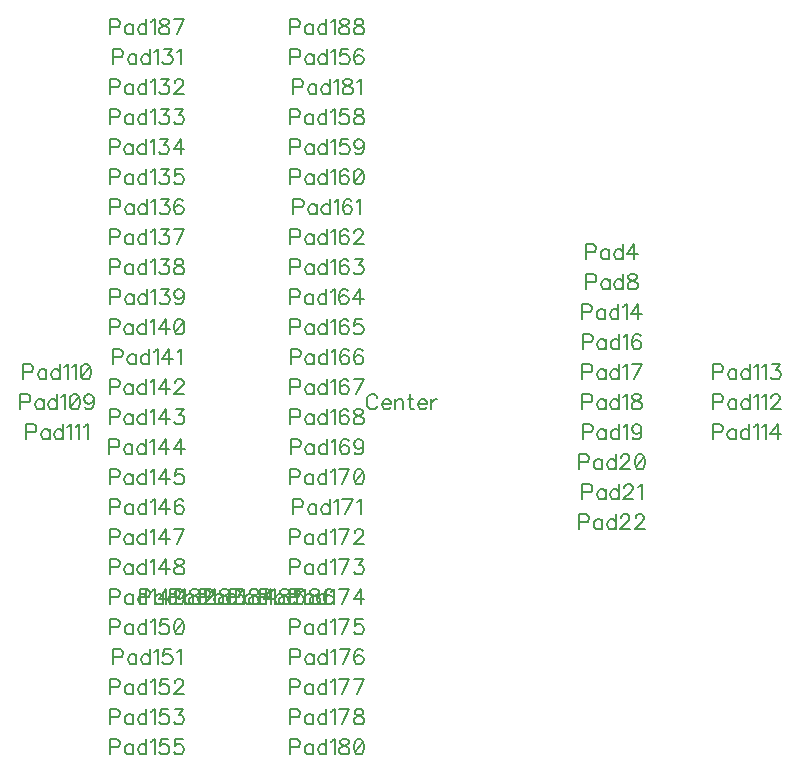
<source format=gbr>
%TF.GenerationSoftware,Novarm,DipTrace,3.2.0.1*%
%TF.CreationDate,2018-10-29T17:13:44-06:00*%
%FSLAX26Y26*%
%MOIN*%
%TF.FileFunction,Legend,Top*%
%TF.Part,Single*%
%ADD26C,0.00772*%
G75*
G01*
%LPD*%
X1562347Y1709812D2*
D26*
X1559970Y1714566D1*
X1555162Y1719374D1*
X1550409Y1721751D1*
X1540847D1*
X1536039Y1719374D1*
X1531285Y1714566D1*
X1528854Y1709812D1*
X1526477Y1702627D1*
Y1690634D1*
X1528854Y1683504D1*
X1531285Y1678696D1*
X1536039Y1673942D1*
X1540847Y1671511D1*
X1550409D1*
X1555162Y1673942D1*
X1559970Y1678696D1*
X1562347Y1683504D1*
X1577786Y1690634D2*
X1606471D1*
Y1695442D1*
X1604094Y1700251D1*
X1601718Y1702627D1*
X1596909Y1705004D1*
X1589724D1*
X1584971Y1702627D1*
X1580163Y1697819D1*
X1577786Y1690634D1*
Y1685881D1*
X1580163Y1678696D1*
X1584971Y1673942D1*
X1589724Y1671511D1*
X1596909D1*
X1601718Y1673942D1*
X1606471Y1678696D1*
X1621910Y1705004D2*
Y1671511D1*
Y1695442D2*
X1629095Y1702627D1*
X1633904Y1705004D1*
X1641034D1*
X1645842Y1702627D1*
X1648219Y1695442D1*
Y1671511D1*
X1670843Y1721751D2*
Y1681072D1*
X1673219Y1673942D1*
X1678028Y1671511D1*
X1682781D1*
X1663658Y1705004D2*
X1680405D1*
X1698220Y1690634D2*
X1726905D1*
Y1695442D1*
X1724529Y1700251D1*
X1722152Y1702627D1*
X1717344Y1705004D1*
X1710159D1*
X1705405Y1702627D1*
X1700597Y1697819D1*
X1698220Y1690634D1*
Y1685881D1*
X1700597Y1678696D1*
X1705405Y1673942D1*
X1710159Y1671511D1*
X1717344D1*
X1722152Y1673942D1*
X1726905Y1678696D1*
X1742344Y1705004D2*
Y1671511D1*
Y1690634D2*
X1744776Y1697819D1*
X1749530Y1702627D1*
X1754338Y1705004D1*
X1761523D1*
X2257475Y2195442D2*
X2279030D1*
X2286159Y2197819D1*
X2288591Y2200251D1*
X2290968Y2205004D1*
Y2212189D1*
X2288591Y2216942D1*
X2286159Y2219374D1*
X2279030Y2221751D1*
X2257475D1*
Y2171511D1*
X2335092Y2205004D2*
Y2171511D1*
Y2197819D2*
X2330339Y2202627D1*
X2325530Y2205004D1*
X2318401D1*
X2313592Y2202627D1*
X2308839Y2197819D1*
X2306407Y2190634D1*
Y2185881D1*
X2308839Y2178696D1*
X2313592Y2173942D1*
X2318401Y2171511D1*
X2325530D1*
X2330339Y2173942D1*
X2335092Y2178696D1*
X2379216Y2221751D2*
Y2171511D1*
Y2197819D2*
X2374463Y2202627D1*
X2369655Y2205004D1*
X2362470D1*
X2357716Y2202627D1*
X2352908Y2197819D1*
X2350531Y2190634D1*
Y2185881D1*
X2352908Y2178696D1*
X2357716Y2173942D1*
X2362470Y2171511D1*
X2369655D1*
X2374463Y2173942D1*
X2379216Y2178696D1*
X2418587Y2171511D2*
Y2221695D1*
X2394655Y2188257D1*
X2430525D1*
X2258691Y2095442D2*
X2280246D1*
X2287375Y2097819D1*
X2289807Y2100251D1*
X2292184Y2105004D1*
Y2112189D1*
X2289807Y2116942D1*
X2287375Y2119374D1*
X2280246Y2121751D1*
X2258691D1*
Y2071511D1*
X2336308Y2105004D2*
Y2071511D1*
Y2097819D2*
X2331555Y2102627D1*
X2326746Y2105004D1*
X2319617D1*
X2314808Y2102627D1*
X2310055Y2097819D1*
X2307623Y2090634D1*
Y2085881D1*
X2310055Y2078696D1*
X2314808Y2073942D1*
X2319617Y2071511D1*
X2326746D1*
X2331555Y2073942D1*
X2336308Y2078696D1*
X2380432Y2121751D2*
Y2071511D1*
Y2097819D2*
X2375679Y2102627D1*
X2370871Y2105004D1*
X2363685D1*
X2358932Y2102627D1*
X2354124Y2097819D1*
X2351747Y2090634D1*
Y2085881D1*
X2354124Y2078696D1*
X2358932Y2073942D1*
X2363685Y2071511D1*
X2370871D1*
X2375679Y2073942D1*
X2380432Y2078696D1*
X2407810Y2121695D2*
X2400680Y2119319D1*
X2398248Y2114566D1*
Y2109757D1*
X2400680Y2105004D1*
X2405433Y2102572D1*
X2414995Y2100196D1*
X2422180Y2097819D1*
X2426933Y2093010D1*
X2429309Y2088257D1*
Y2081072D1*
X2426933Y2076319D1*
X2424556Y2073887D1*
X2417371Y2071511D1*
X2407810D1*
X2400680Y2073887D1*
X2398248Y2076319D1*
X2395871Y2081072D1*
Y2088257D1*
X2398248Y2093010D1*
X2403056Y2097819D1*
X2410186Y2100196D1*
X2419748Y2102572D1*
X2424556Y2105004D1*
X2426933Y2109757D1*
Y2114566D1*
X2424556Y2119319D1*
X2417371Y2121695D1*
X2407810D1*
X2243758Y1995442D2*
X2265313D1*
X2272443Y1997819D1*
X2274875Y2000251D1*
X2277252Y2005004D1*
Y2012189D1*
X2274875Y2016942D1*
X2272443Y2019374D1*
X2265313Y2021751D1*
X2243758D1*
Y1971511D1*
X2321376Y2005004D2*
Y1971511D1*
Y1997819D2*
X2316623Y2002627D1*
X2311814Y2005004D1*
X2304684D1*
X2299876Y2002627D1*
X2295123Y1997819D1*
X2292691Y1990634D1*
Y1985881D1*
X2295123Y1978696D1*
X2299876Y1973942D1*
X2304684Y1971511D1*
X2311814D1*
X2316623Y1973942D1*
X2321376Y1978696D1*
X2365500Y2021751D2*
Y1971511D1*
Y1997819D2*
X2360747Y2002627D1*
X2355938Y2005004D1*
X2348753D1*
X2344000Y2002627D1*
X2339192Y1997819D1*
X2336815Y1990634D1*
Y1985881D1*
X2339192Y1978696D1*
X2344000Y1973942D1*
X2348753Y1971511D1*
X2355938D1*
X2360747Y1973942D1*
X2365500Y1978696D1*
X2380939Y2012134D2*
X2385748Y2014566D1*
X2392933Y2021695D1*
Y1971511D1*
X2432304D2*
Y2021695D1*
X2408372Y1988257D1*
X2444242D1*
X2246162Y1895442D2*
X2267718D1*
X2274847Y1897819D1*
X2277279Y1900251D1*
X2279656Y1905004D1*
Y1912189D1*
X2277279Y1916942D1*
X2274847Y1919374D1*
X2267718Y1921751D1*
X2246162D1*
Y1871511D1*
X2323780Y1905004D2*
Y1871511D1*
Y1897819D2*
X2319027Y1902627D1*
X2314218Y1905004D1*
X2307089D1*
X2302280Y1902627D1*
X2297527Y1897819D1*
X2295095Y1890634D1*
Y1885881D1*
X2297527Y1878696D1*
X2302280Y1873942D1*
X2307089Y1871511D1*
X2314218D1*
X2319027Y1873942D1*
X2323780Y1878696D1*
X2367904Y1921751D2*
Y1871511D1*
Y1897819D2*
X2363151Y1902627D1*
X2358342Y1905004D1*
X2351157D1*
X2346404Y1902627D1*
X2341596Y1897819D1*
X2339219Y1890634D1*
Y1885881D1*
X2341596Y1878696D1*
X2346404Y1873942D1*
X2351157Y1871511D1*
X2358342D1*
X2363151Y1873942D1*
X2367904Y1878696D1*
X2383343Y1912134D2*
X2388152Y1914566D1*
X2395337Y1921695D1*
Y1871511D1*
X2439461Y1914566D2*
X2437084Y1919319D1*
X2429899Y1921695D1*
X2425146D1*
X2417961Y1919319D1*
X2413153Y1912134D1*
X2410776Y1900196D1*
Y1888257D1*
X2413153Y1878696D1*
X2417961Y1873887D1*
X2425146Y1871511D1*
X2427523D1*
X2434652Y1873887D1*
X2439461Y1878696D1*
X2441838Y1885881D1*
Y1888257D1*
X2439461Y1895442D1*
X2434652Y1900196D1*
X2427523Y1902572D1*
X2425146D1*
X2417961Y1900196D1*
X2413153Y1895442D1*
X2410776Y1888257D1*
X2244947Y1795442D2*
X2266502D1*
X2273631Y1797819D1*
X2276063Y1800251D1*
X2278440Y1805004D1*
Y1812189D1*
X2276063Y1816942D1*
X2273631Y1819374D1*
X2266502Y1821751D1*
X2244947D1*
Y1771511D1*
X2322564Y1805004D2*
Y1771511D1*
Y1797819D2*
X2317811Y1802627D1*
X2313002Y1805004D1*
X2305873D1*
X2301064Y1802627D1*
X2296311Y1797819D1*
X2293879Y1790634D1*
Y1785881D1*
X2296311Y1778696D1*
X2301064Y1773942D1*
X2305873Y1771511D1*
X2313002D1*
X2317811Y1773942D1*
X2322564Y1778696D1*
X2366688Y1821751D2*
Y1771511D1*
Y1797819D2*
X2361935Y1802627D1*
X2357127Y1805004D1*
X2349941D1*
X2345188Y1802627D1*
X2340380Y1797819D1*
X2338003Y1790634D1*
Y1785881D1*
X2340380Y1778696D1*
X2345188Y1773942D1*
X2349941Y1771511D1*
X2357127D1*
X2361935Y1773942D1*
X2366688Y1778696D1*
X2382127Y1812134D2*
X2386936Y1814566D1*
X2394121Y1821695D1*
Y1771511D1*
X2419122D2*
X2443053Y1821695D1*
X2409560D1*
X2244974Y1695442D2*
X2266529D1*
X2273659Y1697819D1*
X2276091Y1700251D1*
X2278468Y1705004D1*
Y1712189D1*
X2276091Y1716942D1*
X2273659Y1719374D1*
X2266529Y1721751D1*
X2244974D1*
Y1671511D1*
X2322592Y1705004D2*
Y1671511D1*
Y1697819D2*
X2317838Y1702627D1*
X2313030Y1705004D1*
X2305900D1*
X2301092Y1702627D1*
X2296339Y1697819D1*
X2293907Y1690634D1*
Y1685881D1*
X2296339Y1678696D1*
X2301092Y1673942D1*
X2305900Y1671511D1*
X2313030D1*
X2317838Y1673942D1*
X2322592Y1678696D1*
X2366716Y1721751D2*
Y1671511D1*
Y1697819D2*
X2361963Y1702627D1*
X2357154Y1705004D1*
X2349969D1*
X2345216Y1702627D1*
X2340407Y1697819D1*
X2338031Y1690634D1*
Y1685881D1*
X2340407Y1678696D1*
X2345216Y1673942D1*
X2349969Y1671511D1*
X2357154D1*
X2361963Y1673942D1*
X2366716Y1678696D1*
X2382155Y1712134D2*
X2386963Y1714566D1*
X2394149Y1721695D1*
Y1671511D1*
X2421526Y1721695D2*
X2414396Y1719319D1*
X2411964Y1714566D1*
Y1709757D1*
X2414396Y1705004D1*
X2419149Y1702572D1*
X2428711Y1700196D1*
X2435896Y1697819D1*
X2440649Y1693010D1*
X2443026Y1688257D1*
Y1681072D1*
X2440649Y1676319D1*
X2438273Y1673887D1*
X2431088Y1671511D1*
X2421526D1*
X2414396Y1673887D1*
X2411964Y1676319D1*
X2409588Y1681072D1*
Y1688257D1*
X2411964Y1693010D1*
X2416773Y1697819D1*
X2423903Y1700196D1*
X2433464Y1702572D1*
X2438273Y1705004D1*
X2440649Y1709757D1*
Y1714566D1*
X2438273Y1719319D1*
X2431088Y1721695D1*
X2421526D1*
X2246135Y1595442D2*
X2267690D1*
X2274820Y1597819D1*
X2277252Y1600251D1*
X2279628Y1605004D1*
Y1612189D1*
X2277252Y1616942D1*
X2274820Y1619374D1*
X2267690Y1621751D1*
X2246135D1*
Y1571511D1*
X2323752Y1605004D2*
Y1571511D1*
Y1597819D2*
X2318999Y1602627D1*
X2314191Y1605004D1*
X2307061D1*
X2302252Y1602627D1*
X2297499Y1597819D1*
X2295067Y1590634D1*
Y1585881D1*
X2297499Y1578696D1*
X2302252Y1573942D1*
X2307061Y1571511D1*
X2314191D1*
X2318999Y1573942D1*
X2323752Y1578696D1*
X2367876Y1621751D2*
Y1571511D1*
Y1597819D2*
X2363123Y1602627D1*
X2358315Y1605004D1*
X2351130D1*
X2346377Y1602627D1*
X2341568Y1597819D1*
X2339192Y1590634D1*
Y1585881D1*
X2341568Y1578696D1*
X2346377Y1573942D1*
X2351130Y1571511D1*
X2358315D1*
X2363123Y1573942D1*
X2367876Y1578696D1*
X2383316Y1612134D2*
X2388124Y1614566D1*
X2395309Y1621695D1*
Y1571511D1*
X2441865Y1605004D2*
X2439433Y1597819D1*
X2434680Y1593010D1*
X2427495Y1590634D1*
X2425118D1*
X2417933Y1593010D1*
X2413180Y1597819D1*
X2410748Y1605004D1*
Y1607381D1*
X2413180Y1614566D1*
X2417933Y1619319D1*
X2425118Y1621695D1*
X2427495D1*
X2434680Y1619319D1*
X2439433Y1614566D1*
X2441865Y1605004D1*
Y1593010D1*
X2439433Y1581072D1*
X2434680Y1573887D1*
X2427495Y1571511D1*
X2422742D1*
X2415557Y1573887D1*
X2413180Y1578696D1*
X2234197Y1495442D2*
X2255752D1*
X2262882Y1497819D1*
X2265313Y1500251D1*
X2267690Y1505004D1*
Y1512189D1*
X2265313Y1516942D1*
X2262882Y1519374D1*
X2255752Y1521751D1*
X2234197D1*
Y1471511D1*
X2311814Y1505004D2*
Y1471511D1*
Y1497819D2*
X2307061Y1502627D1*
X2302252Y1505004D1*
X2295123D1*
X2290314Y1502627D1*
X2285561Y1497819D1*
X2283129Y1490634D1*
Y1485881D1*
X2285561Y1478696D1*
X2290314Y1473942D1*
X2295123Y1471511D1*
X2302252D1*
X2307061Y1473942D1*
X2311814Y1478696D1*
X2355938Y1521751D2*
Y1471511D1*
Y1497819D2*
X2351185Y1502627D1*
X2346377Y1505004D1*
X2339192D1*
X2334438Y1502627D1*
X2329630Y1497819D1*
X2327253Y1490634D1*
Y1485881D1*
X2329630Y1478696D1*
X2334438Y1473942D1*
X2339192Y1471511D1*
X2346377D1*
X2351185Y1473942D1*
X2355938Y1478696D1*
X2373809Y1509757D2*
Y1512134D1*
X2376186Y1516942D1*
X2378563Y1519319D1*
X2383371Y1521695D1*
X2392933D1*
X2397686Y1519319D1*
X2400062Y1516942D1*
X2402494Y1512134D1*
Y1507381D1*
X2400062Y1502572D1*
X2395309Y1495442D1*
X2371377Y1471511D1*
X2404871D1*
X2434680Y1521695D2*
X2427495Y1519319D1*
X2422687Y1512134D1*
X2420310Y1500196D1*
Y1493010D1*
X2422687Y1481072D1*
X2427495Y1473887D1*
X2434680Y1471511D1*
X2439433D1*
X2446618Y1473887D1*
X2451372Y1481072D1*
X2453803Y1493010D1*
Y1500196D1*
X2451372Y1512134D1*
X2446618Y1519319D1*
X2439433Y1521695D1*
X2434680D1*
X2451372Y1512134D2*
X2422687Y1481072D1*
X2244947Y1395441D2*
X2266502D1*
X2273631Y1397818D1*
X2276063Y1400249D1*
X2278440Y1405003D1*
Y1412188D1*
X2276063Y1416941D1*
X2273631Y1419373D1*
X2266502Y1421749D1*
X2244947D1*
Y1371509D1*
X2322564Y1405003D2*
Y1371509D1*
Y1397818D2*
X2317811Y1402626D1*
X2313002Y1405003D1*
X2305873D1*
X2301064Y1402626D1*
X2296311Y1397818D1*
X2293879Y1390633D1*
Y1385879D1*
X2296311Y1378694D1*
X2301064Y1373941D1*
X2305873Y1371509D1*
X2313002D1*
X2317811Y1373941D1*
X2322564Y1378694D1*
X2366688Y1421749D2*
Y1371509D1*
Y1397818D2*
X2361935Y1402626D1*
X2357127Y1405003D1*
X2349941D1*
X2345188Y1402626D1*
X2340380Y1397818D1*
X2338003Y1390633D1*
Y1385879D1*
X2340380Y1378694D1*
X2345188Y1373941D1*
X2349941Y1371509D1*
X2357127D1*
X2361935Y1373941D1*
X2366688Y1378694D1*
X2384559Y1409756D2*
Y1412132D1*
X2386936Y1416941D1*
X2389312Y1419317D1*
X2394121Y1421694D1*
X2403683D1*
X2408436Y1419317D1*
X2410812Y1416941D1*
X2413244Y1412132D1*
Y1407379D1*
X2410812Y1402571D1*
X2406059Y1395441D1*
X2382127Y1371509D1*
X2415621D1*
X2431060Y1412132D2*
X2435868Y1414564D1*
X2443053Y1421694D1*
Y1371509D1*
X2234197Y1295442D2*
X2255752D1*
X2262882Y1297819D1*
X2265313Y1300251D1*
X2267690Y1305004D1*
Y1312189D1*
X2265313Y1316942D1*
X2262882Y1319374D1*
X2255752Y1321751D1*
X2234197D1*
Y1271511D1*
X2311814Y1305004D2*
Y1271511D1*
Y1297819D2*
X2307061Y1302627D1*
X2302252Y1305004D1*
X2295123D1*
X2290314Y1302627D1*
X2285561Y1297819D1*
X2283129Y1290634D1*
Y1285881D1*
X2285561Y1278696D1*
X2290314Y1273942D1*
X2295123Y1271511D1*
X2302252D1*
X2307061Y1273942D1*
X2311814Y1278696D1*
X2355938Y1321751D2*
Y1271511D1*
Y1297819D2*
X2351185Y1302627D1*
X2346377Y1305004D1*
X2339192D1*
X2334438Y1302627D1*
X2329630Y1297819D1*
X2327253Y1290634D1*
Y1285881D1*
X2329630Y1278696D1*
X2334438Y1273942D1*
X2339192Y1271511D1*
X2346377D1*
X2351185Y1273942D1*
X2355938Y1278696D1*
X2373809Y1309757D2*
Y1312134D1*
X2376186Y1316942D1*
X2378563Y1319319D1*
X2383371Y1321695D1*
X2392933D1*
X2397686Y1319319D1*
X2400062Y1316942D1*
X2402494Y1312134D1*
Y1307381D1*
X2400062Y1302572D1*
X2395309Y1295442D1*
X2371377Y1271511D1*
X2404871D1*
X2422742Y1309757D2*
Y1312134D1*
X2425118Y1316942D1*
X2427495Y1319319D1*
X2432304Y1321695D1*
X2441865D1*
X2446618Y1319319D1*
X2448995Y1316942D1*
X2451427Y1312134D1*
Y1307381D1*
X2448995Y1302572D1*
X2444242Y1295442D1*
X2420310Y1271511D1*
X2453803D1*
X371669Y1695442D2*
X393224D1*
X400353Y1697819D1*
X402785Y1700251D1*
X405162Y1705004D1*
Y1712189D1*
X402785Y1716942D1*
X400353Y1719374D1*
X393224Y1721751D1*
X371669D1*
Y1671511D1*
X449286Y1705004D2*
Y1671511D1*
Y1697819D2*
X444533Y1702627D1*
X439724Y1705004D1*
X432595D1*
X427786Y1702627D1*
X423033Y1697819D1*
X420601Y1690634D1*
Y1685881D1*
X423033Y1678696D1*
X427786Y1673942D1*
X432595Y1671511D1*
X439724D1*
X444533Y1673942D1*
X449286Y1678696D1*
X493410Y1721751D2*
Y1671511D1*
Y1697819D2*
X488657Y1702627D1*
X483849Y1705004D1*
X476663D1*
X471910Y1702627D1*
X467102Y1697819D1*
X464725Y1690634D1*
Y1685881D1*
X467102Y1678696D1*
X471910Y1673942D1*
X476663Y1671511D1*
X483849D1*
X488657Y1673942D1*
X493410Y1678696D1*
X508849Y1712134D2*
X513658Y1714566D1*
X520843Y1721695D1*
Y1671511D1*
X550652Y1721695D2*
X543467Y1719319D1*
X538659Y1712134D1*
X536282Y1700196D1*
Y1693010D1*
X538659Y1681072D1*
X543467Y1673887D1*
X550652Y1671511D1*
X555405D1*
X562590Y1673887D1*
X567344Y1681072D1*
X569775Y1693010D1*
Y1700196D1*
X567344Y1712134D1*
X562590Y1719319D1*
X555405Y1721695D1*
X550652D1*
X567344Y1712134D2*
X538659Y1681072D1*
X616331Y1705004D2*
X613900Y1697819D1*
X609146Y1693010D1*
X601961Y1690634D1*
X599585D1*
X592400Y1693010D1*
X587647Y1697819D1*
X585215Y1705004D1*
Y1707381D1*
X587647Y1714566D1*
X592400Y1719319D1*
X599585Y1721695D1*
X601961D1*
X609146Y1719319D1*
X613900Y1714566D1*
X616331Y1705004D1*
Y1693010D1*
X613900Y1681072D1*
X609146Y1673887D1*
X601961Y1671511D1*
X597208D1*
X590023Y1673887D1*
X587647Y1678696D1*
X381230Y1795442D2*
X402785D1*
X409915Y1797819D1*
X412347Y1800251D1*
X414724Y1805004D1*
Y1812189D1*
X412347Y1816942D1*
X409915Y1819374D1*
X402785Y1821751D1*
X381230D1*
Y1771511D1*
X458848Y1805004D2*
Y1771511D1*
Y1797819D2*
X454094Y1802627D1*
X449286Y1805004D1*
X442156D1*
X437348Y1802627D1*
X432595Y1797819D1*
X430163Y1790634D1*
Y1785881D1*
X432595Y1778696D1*
X437348Y1773942D1*
X442156Y1771511D1*
X449286D1*
X454094Y1773942D1*
X458848Y1778696D1*
X502972Y1821751D2*
Y1771511D1*
Y1797819D2*
X498219Y1802627D1*
X493410Y1805004D1*
X486225D1*
X481472Y1802627D1*
X476663Y1797819D1*
X474287Y1790634D1*
Y1785881D1*
X476663Y1778696D1*
X481472Y1773942D1*
X486225Y1771511D1*
X493410D1*
X498219Y1773942D1*
X502972Y1778696D1*
X518411Y1812134D2*
X523219Y1814566D1*
X530405Y1821695D1*
Y1771511D1*
X545844Y1812134D2*
X550652Y1814566D1*
X557837Y1821695D1*
Y1771511D1*
X587647Y1821695D2*
X580462Y1819319D1*
X575653Y1812134D1*
X573276Y1800196D1*
Y1793010D1*
X575653Y1781072D1*
X580462Y1773887D1*
X587647Y1771511D1*
X592400D1*
X599585Y1773887D1*
X604338Y1781072D1*
X606770Y1793010D1*
Y1800196D1*
X604338Y1812134D1*
X599585Y1819319D1*
X592400Y1821695D1*
X587647D1*
X604338Y1812134D2*
X575653Y1781072D1*
X391980Y1595442D2*
X413535D1*
X420665Y1597819D1*
X423097Y1600251D1*
X425473Y1605004D1*
Y1612189D1*
X423097Y1616942D1*
X420665Y1619374D1*
X413535Y1621751D1*
X391980D1*
Y1571511D1*
X469598Y1605004D2*
Y1571511D1*
Y1597819D2*
X464844Y1602627D1*
X460036Y1605004D1*
X452906D1*
X448098Y1602627D1*
X443345Y1597819D1*
X440913Y1590634D1*
Y1585881D1*
X443345Y1578696D1*
X448098Y1573942D1*
X452906Y1571511D1*
X460036D1*
X464844Y1573942D1*
X469598Y1578696D1*
X513722Y1621751D2*
Y1571511D1*
Y1597819D2*
X508969Y1602627D1*
X504160Y1605004D1*
X496975D1*
X492222Y1602627D1*
X487413Y1597819D1*
X485037Y1590634D1*
Y1585881D1*
X487413Y1578696D1*
X492222Y1573942D1*
X496975Y1571511D1*
X504160D1*
X508969Y1573942D1*
X513722Y1578696D1*
X529161Y1612134D2*
X533969Y1614566D1*
X541154Y1621695D1*
Y1571511D1*
X556594Y1612134D2*
X561402Y1614566D1*
X568587Y1621695D1*
Y1571511D1*
X584026Y1612134D2*
X588835Y1614566D1*
X596020Y1621695D1*
Y1571511D1*
X2681230Y1695442D2*
X2702785D1*
X2709915Y1697819D1*
X2712347Y1700251D1*
X2714724Y1705004D1*
Y1712189D1*
X2712347Y1716942D1*
X2709915Y1719374D1*
X2702785Y1721751D1*
X2681230D1*
Y1671511D1*
X2758848Y1705004D2*
Y1671511D1*
Y1697819D2*
X2754094Y1702627D1*
X2749286Y1705004D1*
X2742156D1*
X2737348Y1702627D1*
X2732595Y1697819D1*
X2730163Y1690634D1*
Y1685881D1*
X2732595Y1678696D1*
X2737348Y1673942D1*
X2742156Y1671511D1*
X2749286D1*
X2754094Y1673942D1*
X2758848Y1678696D1*
X2802972Y1721751D2*
Y1671511D1*
Y1697819D2*
X2798219Y1702627D1*
X2793410Y1705004D1*
X2786225D1*
X2781472Y1702627D1*
X2776663Y1697819D1*
X2774287Y1690634D1*
Y1685881D1*
X2776663Y1678696D1*
X2781472Y1673942D1*
X2786225Y1671511D1*
X2793410D1*
X2798219Y1673942D1*
X2802972Y1678696D1*
X2818411Y1712134D2*
X2823219Y1714566D1*
X2830405Y1721695D1*
Y1671511D1*
X2845844Y1712134D2*
X2850652Y1714566D1*
X2857837Y1721695D1*
Y1671511D1*
X2875708Y1709757D2*
Y1712134D1*
X2878085Y1716942D1*
X2880462Y1719319D1*
X2885270Y1721695D1*
X2894832D1*
X2899585Y1719319D1*
X2901961Y1716942D1*
X2904393Y1712134D1*
Y1707381D1*
X2901961Y1702572D1*
X2897208Y1695442D1*
X2873276Y1671511D1*
X2906770D1*
X2681230Y1795442D2*
X2702785D1*
X2709915Y1797819D1*
X2712347Y1800251D1*
X2714724Y1805004D1*
Y1812189D1*
X2712347Y1816942D1*
X2709915Y1819374D1*
X2702785Y1821751D1*
X2681230D1*
Y1771511D1*
X2758848Y1805004D2*
Y1771511D1*
Y1797819D2*
X2754094Y1802627D1*
X2749286Y1805004D1*
X2742156D1*
X2737348Y1802627D1*
X2732595Y1797819D1*
X2730163Y1790634D1*
Y1785881D1*
X2732595Y1778696D1*
X2737348Y1773942D1*
X2742156Y1771511D1*
X2749286D1*
X2754094Y1773942D1*
X2758848Y1778696D1*
X2802972Y1821751D2*
Y1771511D1*
Y1797819D2*
X2798219Y1802627D1*
X2793410Y1805004D1*
X2786225D1*
X2781472Y1802627D1*
X2776663Y1797819D1*
X2774287Y1790634D1*
Y1785881D1*
X2776663Y1778696D1*
X2781472Y1773942D1*
X2786225Y1771511D1*
X2793410D1*
X2798219Y1773942D1*
X2802972Y1778696D1*
X2818411Y1812134D2*
X2823219Y1814566D1*
X2830405Y1821695D1*
Y1771511D1*
X2845844Y1812134D2*
X2850652Y1814566D1*
X2857837Y1821695D1*
Y1771511D1*
X2878085Y1821695D2*
X2904338D1*
X2890023Y1802572D1*
X2897208D1*
X2901961Y1800196D1*
X2904338Y1797819D1*
X2906770Y1790634D1*
Y1785881D1*
X2904338Y1778696D1*
X2899585Y1773887D1*
X2892400Y1771511D1*
X2885215D1*
X2878085Y1773887D1*
X2875708Y1776319D1*
X2873276Y1781072D1*
X2680042Y1595442D2*
X2701597D1*
X2708727Y1597819D1*
X2711159Y1600251D1*
X2713535Y1605004D1*
Y1612189D1*
X2711159Y1616942D1*
X2708727Y1619374D1*
X2701597Y1621751D1*
X2680042D1*
Y1571511D1*
X2757659Y1605004D2*
Y1571511D1*
Y1597819D2*
X2752906Y1602627D1*
X2748098Y1605004D1*
X2740968D1*
X2736159Y1602627D1*
X2731406Y1597819D1*
X2728974Y1590634D1*
Y1585881D1*
X2731406Y1578696D1*
X2736159Y1573942D1*
X2740968Y1571511D1*
X2748098D1*
X2752906Y1573942D1*
X2757659Y1578696D1*
X2801783Y1621751D2*
Y1571511D1*
Y1597819D2*
X2797030Y1602627D1*
X2792222Y1605004D1*
X2785037D1*
X2780284Y1602627D1*
X2775475Y1597819D1*
X2773099Y1590634D1*
Y1585881D1*
X2775475Y1578696D1*
X2780284Y1573942D1*
X2785037Y1571511D1*
X2792222D1*
X2797030Y1573942D1*
X2801783Y1578696D1*
X2817223Y1612134D2*
X2822031Y1614566D1*
X2829216Y1621695D1*
Y1571511D1*
X2844655Y1612134D2*
X2849464Y1614566D1*
X2856649Y1621695D1*
Y1571511D1*
X2896020D2*
Y1621695D1*
X2872088Y1588257D1*
X2907958D1*
X681230Y2845442D2*
X702785D1*
X709915Y2847819D1*
X712347Y2850251D1*
X714724Y2855004D1*
Y2862189D1*
X712347Y2866942D1*
X709915Y2869374D1*
X702785Y2871751D1*
X681230D1*
Y2821511D1*
X758848Y2855004D2*
Y2821511D1*
Y2847819D2*
X754094Y2852627D1*
X749286Y2855004D1*
X742156D1*
X737348Y2852627D1*
X732595Y2847819D1*
X730163Y2840634D1*
Y2835881D1*
X732595Y2828696D1*
X737348Y2823942D1*
X742156Y2821511D1*
X749286D1*
X754094Y2823942D1*
X758848Y2828696D1*
X802972Y2871751D2*
Y2821511D1*
Y2847819D2*
X798219Y2852627D1*
X793410Y2855004D1*
X786225D1*
X781472Y2852627D1*
X776663Y2847819D1*
X774287Y2840634D1*
Y2835881D1*
X776663Y2828696D1*
X781472Y2823942D1*
X786225Y2821511D1*
X793410D1*
X798219Y2823942D1*
X802972Y2828696D1*
X818411Y2862134D2*
X823219Y2864566D1*
X830405Y2871695D1*
Y2821511D1*
X850652Y2871695D2*
X876905D1*
X862590Y2852572D1*
X869775D1*
X874529Y2850196D1*
X876905Y2847819D1*
X879337Y2840634D1*
Y2835881D1*
X876905Y2828696D1*
X872152Y2823887D1*
X864967Y2821511D1*
X857782D1*
X850652Y2823887D1*
X848276Y2826319D1*
X845844Y2831072D1*
X894776Y2862134D2*
X899585Y2864566D1*
X906770Y2871695D1*
Y2821511D1*
X670480Y2745442D2*
X692035D1*
X699165Y2747819D1*
X701597Y2750251D1*
X703974Y2755004D1*
Y2762189D1*
X701597Y2766942D1*
X699165Y2769374D1*
X692035Y2771751D1*
X670480D1*
Y2721511D1*
X748098Y2755004D2*
Y2721511D1*
Y2747819D2*
X743345Y2752627D1*
X738536Y2755004D1*
X731406D1*
X726598Y2752627D1*
X721845Y2747819D1*
X719413Y2740634D1*
Y2735881D1*
X721845Y2728696D1*
X726598Y2723942D1*
X731406Y2721511D1*
X738536D1*
X743345Y2723942D1*
X748098Y2728696D1*
X792222Y2771751D2*
Y2721511D1*
Y2747819D2*
X787469Y2752627D1*
X782660Y2755004D1*
X775475D1*
X770722Y2752627D1*
X765914Y2747819D1*
X763537Y2740634D1*
Y2735881D1*
X765914Y2728696D1*
X770722Y2723942D1*
X775475Y2721511D1*
X782660D1*
X787469Y2723942D1*
X792222Y2728696D1*
X807661Y2762134D2*
X812470Y2764566D1*
X819655Y2771695D1*
Y2721511D1*
X839902Y2771695D2*
X866155D1*
X851841Y2752572D1*
X859026D1*
X863779Y2750196D1*
X866155Y2747819D1*
X868587Y2740634D1*
Y2735881D1*
X866155Y2728696D1*
X861402Y2723887D1*
X854217Y2721511D1*
X847032D1*
X839902Y2723887D1*
X837526Y2726319D1*
X835094Y2731072D1*
X886458Y2759757D2*
Y2762134D1*
X888835Y2766942D1*
X891211Y2769319D1*
X896020Y2771695D1*
X905582D1*
X910335Y2769319D1*
X912711Y2766942D1*
X915143Y2762134D1*
Y2757381D1*
X912711Y2752572D1*
X907958Y2745442D1*
X884026Y2721511D1*
X917520D1*
X670480Y2645442D2*
X692035D1*
X699165Y2647819D1*
X701597Y2650251D1*
X703974Y2655004D1*
Y2662189D1*
X701597Y2666942D1*
X699165Y2669374D1*
X692035Y2671751D1*
X670480D1*
Y2621511D1*
X748098Y2655004D2*
Y2621511D1*
Y2647819D2*
X743345Y2652627D1*
X738536Y2655004D1*
X731406D1*
X726598Y2652627D1*
X721845Y2647819D1*
X719413Y2640634D1*
Y2635881D1*
X721845Y2628696D1*
X726598Y2623942D1*
X731406Y2621511D1*
X738536D1*
X743345Y2623942D1*
X748098Y2628696D1*
X792222Y2671751D2*
Y2621511D1*
Y2647819D2*
X787469Y2652627D1*
X782660Y2655004D1*
X775475D1*
X770722Y2652627D1*
X765914Y2647819D1*
X763537Y2640634D1*
Y2635881D1*
X765914Y2628696D1*
X770722Y2623942D1*
X775475Y2621511D1*
X782660D1*
X787469Y2623942D1*
X792222Y2628696D1*
X807661Y2662134D2*
X812470Y2664566D1*
X819655Y2671695D1*
Y2621511D1*
X839902Y2671695D2*
X866155D1*
X851841Y2652572D1*
X859026D1*
X863779Y2650196D1*
X866155Y2647819D1*
X868587Y2640634D1*
Y2635881D1*
X866155Y2628696D1*
X861402Y2623887D1*
X854217Y2621511D1*
X847032D1*
X839902Y2623887D1*
X837526Y2626319D1*
X835094Y2631072D1*
X888835Y2671695D2*
X915088D1*
X900773Y2652572D1*
X907958D1*
X912711Y2650196D1*
X915088Y2647819D1*
X917520Y2640634D1*
Y2635881D1*
X915088Y2628696D1*
X910335Y2623887D1*
X903150Y2621511D1*
X895965D1*
X888835Y2623887D1*
X886458Y2626319D1*
X884026Y2631072D1*
X669292Y2545442D2*
X690847D1*
X697977Y2547819D1*
X700409Y2550251D1*
X702785Y2555004D1*
Y2562189D1*
X700409Y2566942D1*
X697977Y2569374D1*
X690847Y2571751D1*
X669292D1*
Y2521511D1*
X746909Y2555004D2*
Y2521511D1*
Y2547819D2*
X742156Y2552627D1*
X737348Y2555004D1*
X730218D1*
X725410Y2552627D1*
X720656Y2547819D1*
X718225Y2540634D1*
Y2535881D1*
X720656Y2528696D1*
X725410Y2523942D1*
X730218Y2521511D1*
X737348D1*
X742156Y2523942D1*
X746909Y2528696D1*
X791034Y2571751D2*
Y2521511D1*
Y2547819D2*
X786280Y2552627D1*
X781472Y2555004D1*
X774287D1*
X769534Y2552627D1*
X764725Y2547819D1*
X762349Y2540634D1*
Y2535881D1*
X764725Y2528696D1*
X769534Y2523942D1*
X774287Y2521511D1*
X781472D1*
X786280Y2523942D1*
X791034Y2528696D1*
X806473Y2562134D2*
X811281Y2564566D1*
X818466Y2571695D1*
Y2521511D1*
X838714Y2571695D2*
X864967D1*
X850652Y2552572D1*
X857837D1*
X862590Y2550196D1*
X864967Y2547819D1*
X867399Y2540634D1*
Y2535881D1*
X864967Y2528696D1*
X860214Y2523887D1*
X853029Y2521511D1*
X845844D1*
X838714Y2523887D1*
X836337Y2526319D1*
X833906Y2531072D1*
X906770Y2521511D2*
Y2571695D1*
X882838Y2538257D1*
X918708D1*
X670480Y2445442D2*
X692035D1*
X699165Y2447819D1*
X701597Y2450251D1*
X703974Y2455004D1*
Y2462189D1*
X701597Y2466942D1*
X699165Y2469374D1*
X692035Y2471751D1*
X670480D1*
Y2421511D1*
X748098Y2455004D2*
Y2421511D1*
Y2447819D2*
X743345Y2452627D1*
X738536Y2455004D1*
X731406D1*
X726598Y2452627D1*
X721845Y2447819D1*
X719413Y2440634D1*
Y2435881D1*
X721845Y2428696D1*
X726598Y2423942D1*
X731406Y2421511D1*
X738536D1*
X743345Y2423942D1*
X748098Y2428696D1*
X792222Y2471751D2*
Y2421511D1*
Y2447819D2*
X787469Y2452627D1*
X782660Y2455004D1*
X775475D1*
X770722Y2452627D1*
X765914Y2447819D1*
X763537Y2440634D1*
Y2435881D1*
X765914Y2428696D1*
X770722Y2423942D1*
X775475Y2421511D1*
X782660D1*
X787469Y2423942D1*
X792222Y2428696D1*
X807661Y2462134D2*
X812470Y2464566D1*
X819655Y2471695D1*
Y2421511D1*
X839902Y2471695D2*
X866155D1*
X851841Y2452572D1*
X859026D1*
X863779Y2450196D1*
X866155Y2447819D1*
X868587Y2440634D1*
Y2435881D1*
X866155Y2428696D1*
X861402Y2423887D1*
X854217Y2421511D1*
X847032D1*
X839902Y2423887D1*
X837526Y2426319D1*
X835094Y2431072D1*
X912711Y2471695D2*
X888835D1*
X886458Y2450196D1*
X888835Y2452572D1*
X896020Y2455004D1*
X903150D1*
X910335Y2452572D1*
X915143Y2447819D1*
X917520Y2440634D1*
Y2435881D1*
X915143Y2428696D1*
X910335Y2423887D1*
X903150Y2421511D1*
X896020D1*
X888835Y2423887D1*
X886458Y2426319D1*
X884026Y2431072D1*
X671696Y2345442D2*
X693251D1*
X700381Y2347819D1*
X702813Y2350251D1*
X705190Y2355004D1*
Y2362189D1*
X702813Y2366942D1*
X700381Y2369374D1*
X693251Y2371751D1*
X671696D1*
Y2321511D1*
X749314Y2355004D2*
Y2321511D1*
Y2347819D2*
X744560Y2352627D1*
X739752Y2355004D1*
X732622D1*
X727814Y2352627D1*
X723061Y2347819D1*
X720629Y2340634D1*
Y2335881D1*
X723061Y2328696D1*
X727814Y2323942D1*
X732622Y2321511D1*
X739752D1*
X744560Y2323942D1*
X749314Y2328696D1*
X793438Y2371751D2*
Y2321511D1*
Y2347819D2*
X788685Y2352627D1*
X783876Y2355004D1*
X776691D1*
X771938Y2352627D1*
X767129Y2347819D1*
X764753Y2340634D1*
Y2335881D1*
X767129Y2328696D1*
X771938Y2323942D1*
X776691Y2321511D1*
X783876D1*
X788685Y2323942D1*
X793438Y2328696D1*
X808877Y2362134D2*
X813685Y2364566D1*
X820871Y2371695D1*
Y2321511D1*
X841118Y2371695D2*
X867371D1*
X853056Y2352572D1*
X860241D1*
X864995Y2350196D1*
X867371Y2347819D1*
X869803Y2340634D1*
Y2335881D1*
X867371Y2328696D1*
X862618Y2323887D1*
X855433Y2321511D1*
X848248D1*
X841118Y2323887D1*
X838742Y2326319D1*
X836310Y2331072D1*
X913927Y2364566D2*
X911551Y2369319D1*
X904366Y2371695D1*
X899612D1*
X892427Y2369319D1*
X887619Y2362134D1*
X885242Y2350196D1*
Y2338257D1*
X887619Y2328696D1*
X892427Y2323887D1*
X899612Y2321511D1*
X901989D1*
X909119Y2323887D1*
X913927Y2328696D1*
X916304Y2335881D1*
Y2338257D1*
X913927Y2345442D1*
X909119Y2350196D1*
X901989Y2352572D1*
X899612D1*
X892427Y2350196D1*
X887619Y2345442D1*
X885242Y2338257D1*
X670480Y2245442D2*
X692035D1*
X699165Y2247819D1*
X701597Y2250251D1*
X703974Y2255004D1*
Y2262189D1*
X701597Y2266942D1*
X699165Y2269374D1*
X692035Y2271751D1*
X670480D1*
Y2221511D1*
X748098Y2255004D2*
Y2221511D1*
Y2247819D2*
X743345Y2252627D1*
X738536Y2255004D1*
X731406D1*
X726598Y2252627D1*
X721845Y2247819D1*
X719413Y2240634D1*
Y2235881D1*
X721845Y2228696D1*
X726598Y2223942D1*
X731406Y2221511D1*
X738536D1*
X743345Y2223942D1*
X748098Y2228696D1*
X792222Y2271751D2*
Y2221511D1*
Y2247819D2*
X787469Y2252627D1*
X782660Y2255004D1*
X775475D1*
X770722Y2252627D1*
X765914Y2247819D1*
X763537Y2240634D1*
Y2235881D1*
X765914Y2228696D1*
X770722Y2223942D1*
X775475Y2221511D1*
X782660D1*
X787469Y2223942D1*
X792222Y2228696D1*
X807661Y2262134D2*
X812470Y2264566D1*
X819655Y2271695D1*
Y2221511D1*
X839902Y2271695D2*
X866155D1*
X851841Y2252572D1*
X859026D1*
X863779Y2250196D1*
X866155Y2247819D1*
X868587Y2240634D1*
Y2235881D1*
X866155Y2228696D1*
X861402Y2223887D1*
X854217Y2221511D1*
X847032D1*
X839902Y2223887D1*
X837526Y2226319D1*
X835094Y2231072D1*
X893588Y2221511D2*
X917520Y2271695D1*
X884026D1*
X670508Y2145442D2*
X692063D1*
X699193Y2147819D1*
X701625Y2150251D1*
X704001Y2155004D1*
Y2162189D1*
X701625Y2166942D1*
X699193Y2169374D1*
X692063Y2171751D1*
X670508D1*
Y2121511D1*
X748125Y2155004D2*
Y2121511D1*
Y2147819D2*
X743372Y2152627D1*
X738564Y2155004D1*
X731434D1*
X726626Y2152627D1*
X721872Y2147819D1*
X719440Y2140634D1*
Y2135881D1*
X721872Y2128696D1*
X726626Y2123942D1*
X731434Y2121511D1*
X738564D1*
X743372Y2123942D1*
X748125Y2128696D1*
X792249Y2171751D2*
Y2121511D1*
Y2147819D2*
X787496Y2152627D1*
X782688Y2155004D1*
X775503D1*
X770750Y2152627D1*
X765941Y2147819D1*
X763565Y2140634D1*
Y2135881D1*
X765941Y2128696D1*
X770750Y2123942D1*
X775503Y2121511D1*
X782688D1*
X787496Y2123942D1*
X792249Y2128696D1*
X807689Y2162134D2*
X812497Y2164566D1*
X819682Y2171695D1*
Y2121511D1*
X839930Y2171695D2*
X866183D1*
X851868Y2152572D1*
X859053D1*
X863806Y2150196D1*
X866183Y2147819D1*
X868615Y2140634D1*
Y2135881D1*
X866183Y2128696D1*
X861430Y2123887D1*
X854245Y2121511D1*
X847060D1*
X839930Y2123887D1*
X837553Y2126319D1*
X835121Y2131072D1*
X895992Y2171695D2*
X888863Y2169319D1*
X886431Y2164566D1*
Y2159757D1*
X888863Y2155004D1*
X893616Y2152572D1*
X903177Y2150196D1*
X910362Y2147819D1*
X915116Y2143010D1*
X917492Y2138257D1*
Y2131072D1*
X915116Y2126319D1*
X912739Y2123887D1*
X905554Y2121511D1*
X895992D1*
X888863Y2123887D1*
X886431Y2126319D1*
X884054Y2131072D1*
Y2138257D1*
X886431Y2143010D1*
X891239Y2147819D1*
X898369Y2150196D1*
X907930Y2152572D1*
X912739Y2155004D1*
X915116Y2159757D1*
Y2164566D1*
X912739Y2169319D1*
X905554Y2171695D1*
X895992D1*
X671669Y2045442D2*
X693224D1*
X700353Y2047819D1*
X702785Y2050251D1*
X705162Y2055004D1*
Y2062189D1*
X702785Y2066942D1*
X700353Y2069374D1*
X693224Y2071751D1*
X671669D1*
Y2021511D1*
X749286Y2055004D2*
Y2021511D1*
Y2047819D2*
X744533Y2052627D1*
X739724Y2055004D1*
X732595D1*
X727786Y2052627D1*
X723033Y2047819D1*
X720601Y2040634D1*
Y2035881D1*
X723033Y2028696D1*
X727786Y2023942D1*
X732595Y2021511D1*
X739724D1*
X744533Y2023942D1*
X749286Y2028696D1*
X793410Y2071751D2*
Y2021511D1*
Y2047819D2*
X788657Y2052627D1*
X783849Y2055004D1*
X776663D1*
X771910Y2052627D1*
X767102Y2047819D1*
X764725Y2040634D1*
Y2035881D1*
X767102Y2028696D1*
X771910Y2023942D1*
X776663Y2021511D1*
X783849D1*
X788657Y2023942D1*
X793410Y2028696D1*
X808849Y2062134D2*
X813658Y2064566D1*
X820843Y2071695D1*
Y2021511D1*
X841091Y2071695D2*
X867344D1*
X853029Y2052572D1*
X860214D1*
X864967Y2050196D1*
X867344Y2047819D1*
X869775Y2040634D1*
Y2035881D1*
X867344Y2028696D1*
X862590Y2023887D1*
X855405Y2021511D1*
X848220D1*
X841091Y2023887D1*
X838714Y2026319D1*
X836282Y2031072D1*
X916331Y2055004D2*
X913900Y2047819D1*
X909146Y2043010D1*
X901961Y2040634D1*
X899585D1*
X892400Y2043010D1*
X887647Y2047819D1*
X885215Y2055004D1*
Y2057381D1*
X887647Y2064566D1*
X892400Y2069319D1*
X899585Y2071695D1*
X901961D1*
X909146Y2069319D1*
X913900Y2064566D1*
X916331Y2055004D1*
Y2043010D1*
X913900Y2031072D1*
X909146Y2023887D1*
X901961Y2021511D1*
X897208D1*
X890023Y2023887D1*
X887647Y2028696D1*
X669292Y1945442D2*
X690847D1*
X697977Y1947819D1*
X700409Y1950251D1*
X702785Y1955004D1*
Y1962189D1*
X700409Y1966942D1*
X697977Y1969374D1*
X690847Y1971751D1*
X669292D1*
Y1921511D1*
X746909Y1955004D2*
Y1921511D1*
Y1947819D2*
X742156Y1952627D1*
X737348Y1955004D1*
X730218D1*
X725410Y1952627D1*
X720656Y1947819D1*
X718225Y1940634D1*
Y1935881D1*
X720656Y1928696D1*
X725410Y1923942D1*
X730218Y1921511D1*
X737348D1*
X742156Y1923942D1*
X746909Y1928696D1*
X791034Y1971751D2*
Y1921511D1*
Y1947819D2*
X786280Y1952627D1*
X781472Y1955004D1*
X774287D1*
X769534Y1952627D1*
X764725Y1947819D1*
X762349Y1940634D1*
Y1935881D1*
X764725Y1928696D1*
X769534Y1923942D1*
X774287Y1921511D1*
X781472D1*
X786280Y1923942D1*
X791034Y1928696D1*
X806473Y1962134D2*
X811281Y1964566D1*
X818466Y1971695D1*
Y1921511D1*
X857837D2*
Y1971695D1*
X833906Y1938257D1*
X869775D1*
X899585Y1971695D2*
X892400Y1969319D1*
X887591Y1962134D1*
X885215Y1950196D1*
Y1943010D1*
X887591Y1931072D1*
X892400Y1923887D1*
X899585Y1921511D1*
X904338D1*
X911523Y1923887D1*
X916276Y1931072D1*
X918708Y1943010D1*
Y1950196D1*
X916276Y1962134D1*
X911523Y1969319D1*
X904338Y1971695D1*
X899585D1*
X916276Y1962134D2*
X887591Y1931072D1*
X680042Y1845442D2*
X701597D1*
X708727Y1847819D1*
X711159Y1850251D1*
X713535Y1855004D1*
Y1862189D1*
X711159Y1866942D1*
X708727Y1869374D1*
X701597Y1871751D1*
X680042D1*
Y1821511D1*
X757659Y1855004D2*
Y1821511D1*
Y1847819D2*
X752906Y1852627D1*
X748098Y1855004D1*
X740968D1*
X736159Y1852627D1*
X731406Y1847819D1*
X728974Y1840634D1*
Y1835881D1*
X731406Y1828696D1*
X736159Y1823942D1*
X740968Y1821511D1*
X748098D1*
X752906Y1823942D1*
X757659Y1828696D1*
X801783Y1871751D2*
Y1821511D1*
Y1847819D2*
X797030Y1852627D1*
X792222Y1855004D1*
X785037D1*
X780284Y1852627D1*
X775475Y1847819D1*
X773099Y1840634D1*
Y1835881D1*
X775475Y1828696D1*
X780284Y1823942D1*
X785037Y1821511D1*
X792222D1*
X797030Y1823942D1*
X801783Y1828696D1*
X817223Y1862134D2*
X822031Y1864566D1*
X829216Y1871695D1*
Y1821511D1*
X868587D2*
Y1871695D1*
X844655Y1838257D1*
X880525D1*
X895965Y1862134D2*
X900773Y1864566D1*
X907958Y1871695D1*
Y1821511D1*
X669292Y1745442D2*
X690847D1*
X697977Y1747819D1*
X700409Y1750251D1*
X702785Y1755004D1*
Y1762189D1*
X700409Y1766942D1*
X697977Y1769374D1*
X690847Y1771751D1*
X669292D1*
Y1721511D1*
X746909Y1755004D2*
Y1721511D1*
Y1747819D2*
X742156Y1752627D1*
X737348Y1755004D1*
X730218D1*
X725410Y1752627D1*
X720656Y1747819D1*
X718225Y1740634D1*
Y1735881D1*
X720656Y1728696D1*
X725410Y1723942D1*
X730218Y1721511D1*
X737348D1*
X742156Y1723942D1*
X746909Y1728696D1*
X791034Y1771751D2*
Y1721511D1*
Y1747819D2*
X786280Y1752627D1*
X781472Y1755004D1*
X774287D1*
X769534Y1752627D1*
X764725Y1747819D1*
X762349Y1740634D1*
Y1735881D1*
X764725Y1728696D1*
X769534Y1723942D1*
X774287Y1721511D1*
X781472D1*
X786280Y1723942D1*
X791034Y1728696D1*
X806473Y1762134D2*
X811281Y1764566D1*
X818466Y1771695D1*
Y1721511D1*
X857837D2*
Y1771695D1*
X833906Y1738257D1*
X869775D1*
X887647Y1759757D2*
Y1762134D1*
X890023Y1766942D1*
X892400Y1769319D1*
X897208Y1771695D1*
X906770D1*
X911523Y1769319D1*
X913900Y1766942D1*
X916331Y1762134D1*
Y1757381D1*
X913900Y1752572D1*
X909146Y1745442D1*
X885215Y1721511D1*
X918708D1*
X669292Y1645442D2*
X690847D1*
X697977Y1647819D1*
X700409Y1650251D1*
X702785Y1655004D1*
Y1662189D1*
X700409Y1666942D1*
X697977Y1669374D1*
X690847Y1671751D1*
X669292D1*
Y1621511D1*
X746909Y1655004D2*
Y1621511D1*
Y1647819D2*
X742156Y1652627D1*
X737348Y1655004D1*
X730218D1*
X725410Y1652627D1*
X720656Y1647819D1*
X718225Y1640634D1*
Y1635881D1*
X720656Y1628696D1*
X725410Y1623942D1*
X730218Y1621511D1*
X737348D1*
X742156Y1623942D1*
X746909Y1628696D1*
X791034Y1671751D2*
Y1621511D1*
Y1647819D2*
X786280Y1652627D1*
X781472Y1655004D1*
X774287D1*
X769534Y1652627D1*
X764725Y1647819D1*
X762349Y1640634D1*
Y1635881D1*
X764725Y1628696D1*
X769534Y1623942D1*
X774287Y1621511D1*
X781472D1*
X786280Y1623942D1*
X791034Y1628696D1*
X806473Y1662134D2*
X811281Y1664566D1*
X818466Y1671695D1*
Y1621511D1*
X857837D2*
Y1671695D1*
X833906Y1638257D1*
X869775D1*
X890023Y1671695D2*
X916276D1*
X901961Y1652572D1*
X909146D1*
X913900Y1650196D1*
X916276Y1647819D1*
X918708Y1640634D1*
Y1635881D1*
X916276Y1628696D1*
X911523Y1623887D1*
X904338Y1621511D1*
X897153D1*
X890023Y1623887D1*
X887647Y1626319D1*
X885215Y1631072D1*
X668104Y1545442D2*
X689659D1*
X696789Y1547819D1*
X699220Y1550251D1*
X701597Y1555004D1*
Y1562189D1*
X699220Y1566942D1*
X696789Y1569374D1*
X689659Y1571751D1*
X668104D1*
Y1521511D1*
X745721Y1555004D2*
Y1521511D1*
Y1547819D2*
X740968Y1552627D1*
X736159Y1555004D1*
X729030D1*
X724221Y1552627D1*
X719468Y1547819D1*
X717036Y1540634D1*
Y1535881D1*
X719468Y1528696D1*
X724221Y1523942D1*
X729030Y1521511D1*
X736159D1*
X740968Y1523942D1*
X745721Y1528696D1*
X789845Y1571751D2*
Y1521511D1*
Y1547819D2*
X785092Y1552627D1*
X780284Y1555004D1*
X773099D1*
X768345Y1552627D1*
X763537Y1547819D1*
X761160Y1540634D1*
Y1535881D1*
X763537Y1528696D1*
X768345Y1523942D1*
X773099Y1521511D1*
X780284D1*
X785092Y1523942D1*
X789845Y1528696D1*
X805285Y1562134D2*
X810093Y1564566D1*
X817278Y1571695D1*
Y1521511D1*
X856649D2*
Y1571695D1*
X832717Y1538257D1*
X868587D1*
X907958Y1521511D2*
Y1571695D1*
X884026Y1538257D1*
X919896D1*
X669292Y1445441D2*
X690847D1*
X697977Y1447818D1*
X700409Y1450249D1*
X702785Y1455003D1*
Y1462188D1*
X700409Y1466941D1*
X697977Y1469373D1*
X690847Y1471749D1*
X669292D1*
Y1421509D1*
X746909Y1455003D2*
Y1421509D1*
Y1447818D2*
X742156Y1452626D1*
X737348Y1455003D1*
X730218D1*
X725410Y1452626D1*
X720656Y1447818D1*
X718225Y1440633D1*
Y1435879D1*
X720656Y1428694D1*
X725410Y1423941D1*
X730218Y1421509D1*
X737348D1*
X742156Y1423941D1*
X746909Y1428694D1*
X791034Y1471749D2*
Y1421509D1*
Y1447818D2*
X786280Y1452626D1*
X781472Y1455003D1*
X774287D1*
X769534Y1452626D1*
X764725Y1447818D1*
X762349Y1440633D1*
Y1435879D1*
X764725Y1428694D1*
X769534Y1423941D1*
X774287Y1421509D1*
X781472D1*
X786280Y1423941D1*
X791034Y1428694D1*
X806473Y1462132D2*
X811281Y1464564D1*
X818466Y1471694D1*
Y1421509D1*
X857837D2*
Y1471694D1*
X833906Y1438256D1*
X869775D1*
X913900Y1471694D2*
X890023D1*
X887647Y1450194D1*
X890023Y1452571D1*
X897208Y1455003D1*
X904338D1*
X911523Y1452571D1*
X916331Y1447818D1*
X918708Y1440633D1*
Y1435879D1*
X916331Y1428694D1*
X911523Y1423886D1*
X904338Y1421509D1*
X897208D1*
X890023Y1423886D1*
X887647Y1426318D1*
X885215Y1431071D1*
X670508Y1345442D2*
X692063D1*
X699193Y1347819D1*
X701625Y1350251D1*
X704001Y1355004D1*
Y1362189D1*
X701625Y1366942D1*
X699193Y1369374D1*
X692063Y1371751D1*
X670508D1*
Y1321511D1*
X748125Y1355004D2*
Y1321511D1*
Y1347819D2*
X743372Y1352627D1*
X738564Y1355004D1*
X731434D1*
X726626Y1352627D1*
X721872Y1347819D1*
X719440Y1340634D1*
Y1335881D1*
X721872Y1328696D1*
X726626Y1323942D1*
X731434Y1321511D1*
X738564D1*
X743372Y1323942D1*
X748125Y1328696D1*
X792249Y1371751D2*
Y1321511D1*
Y1347819D2*
X787496Y1352627D1*
X782688Y1355004D1*
X775503D1*
X770750Y1352627D1*
X765941Y1347819D1*
X763565Y1340634D1*
Y1335881D1*
X765941Y1328696D1*
X770750Y1323942D1*
X775503Y1321511D1*
X782688D1*
X787496Y1323942D1*
X792249Y1328696D1*
X807689Y1362134D2*
X812497Y1364566D1*
X819682Y1371695D1*
Y1321511D1*
X859053D2*
Y1371695D1*
X835121Y1338257D1*
X870991D1*
X915116Y1364566D2*
X912739Y1369319D1*
X905554Y1371695D1*
X900801D1*
X893616Y1369319D1*
X888807Y1362134D1*
X886431Y1350196D1*
Y1338257D1*
X888807Y1328696D1*
X893616Y1323887D1*
X900801Y1321511D1*
X903177D1*
X910307Y1323887D1*
X915116Y1328696D1*
X917492Y1335881D1*
Y1338257D1*
X915116Y1345442D1*
X910307Y1350196D1*
X903177Y1352572D1*
X900801D1*
X893616Y1350196D1*
X888807Y1345442D1*
X886431Y1338257D1*
X669292Y1245442D2*
X690847D1*
X697977Y1247819D1*
X700409Y1250251D1*
X702785Y1255004D1*
Y1262189D1*
X700409Y1266942D1*
X697977Y1269374D1*
X690847Y1271751D1*
X669292D1*
Y1221511D1*
X746909Y1255004D2*
Y1221511D1*
Y1247819D2*
X742156Y1252627D1*
X737348Y1255004D1*
X730218D1*
X725410Y1252627D1*
X720656Y1247819D1*
X718225Y1240634D1*
Y1235881D1*
X720656Y1228696D1*
X725410Y1223942D1*
X730218Y1221511D1*
X737348D1*
X742156Y1223942D1*
X746909Y1228696D1*
X791034Y1271751D2*
Y1221511D1*
Y1247819D2*
X786280Y1252627D1*
X781472Y1255004D1*
X774287D1*
X769534Y1252627D1*
X764725Y1247819D1*
X762349Y1240634D1*
Y1235881D1*
X764725Y1228696D1*
X769534Y1223942D1*
X774287Y1221511D1*
X781472D1*
X786280Y1223942D1*
X791034Y1228696D1*
X806473Y1262134D2*
X811281Y1264566D1*
X818466Y1271695D1*
Y1221511D1*
X857837D2*
Y1271695D1*
X833906Y1238257D1*
X869775D1*
X894776Y1221511D2*
X918708Y1271695D1*
X885215D1*
X669320Y1145441D2*
X690875D1*
X698004Y1147818D1*
X700436Y1150249D1*
X702813Y1155003D1*
Y1162188D1*
X700436Y1166941D1*
X698004Y1169373D1*
X690875Y1171749D1*
X669320D1*
Y1121509D1*
X746937Y1155003D2*
Y1121509D1*
Y1147818D2*
X742184Y1152626D1*
X737375Y1155003D1*
X730246D1*
X725437Y1152626D1*
X720684Y1147818D1*
X718252Y1140633D1*
Y1135879D1*
X720684Y1128694D1*
X725437Y1123941D1*
X730246Y1121509D1*
X737375D1*
X742184Y1123941D1*
X746937Y1128694D1*
X791061Y1171749D2*
Y1121509D1*
Y1147818D2*
X786308Y1152626D1*
X781500Y1155003D1*
X774315D1*
X769561Y1152626D1*
X764753Y1147818D1*
X762376Y1140633D1*
Y1135879D1*
X764753Y1128694D1*
X769561Y1123941D1*
X774315Y1121509D1*
X781500D1*
X786308Y1123941D1*
X791061Y1128694D1*
X806500Y1162132D2*
X811309Y1164564D1*
X818494Y1171694D1*
Y1121509D1*
X857865D2*
Y1171694D1*
X833933Y1138256D1*
X869803D1*
X897181Y1171694D2*
X890051Y1169317D1*
X887619Y1164564D1*
Y1159756D1*
X890051Y1155003D1*
X894804Y1152571D1*
X904366Y1150194D1*
X911551Y1147818D1*
X916304Y1143009D1*
X918680Y1138256D1*
Y1131071D1*
X916304Y1126318D1*
X913927Y1123886D1*
X906742Y1121509D1*
X897181D1*
X890051Y1123886D1*
X887619Y1126318D1*
X885242Y1131071D1*
Y1138256D1*
X887619Y1143009D1*
X892427Y1147818D1*
X899557Y1150194D1*
X909119Y1152571D1*
X913927Y1155003D1*
X916304Y1159756D1*
Y1164564D1*
X913927Y1169317D1*
X906742Y1171694D1*
X897181D1*
X670480Y1045442D2*
X692035D1*
X699165Y1047819D1*
X701597Y1050251D1*
X703974Y1055004D1*
Y1062189D1*
X701597Y1066942D1*
X699165Y1069374D1*
X692035Y1071751D1*
X670480D1*
Y1021511D1*
X748098Y1055004D2*
Y1021511D1*
Y1047819D2*
X743345Y1052627D1*
X738536Y1055004D1*
X731406D1*
X726598Y1052627D1*
X721845Y1047819D1*
X719413Y1040634D1*
Y1035881D1*
X721845Y1028696D1*
X726598Y1023942D1*
X731406Y1021511D1*
X738536D1*
X743345Y1023942D1*
X748098Y1028696D1*
X792222Y1071751D2*
Y1021511D1*
Y1047819D2*
X787469Y1052627D1*
X782660Y1055004D1*
X775475D1*
X770722Y1052627D1*
X765914Y1047819D1*
X763537Y1040634D1*
Y1035881D1*
X765914Y1028696D1*
X770722Y1023942D1*
X775475Y1021511D1*
X782660D1*
X787469Y1023942D1*
X792222Y1028696D1*
X807661Y1062134D2*
X812470Y1064566D1*
X819655Y1071695D1*
Y1021511D1*
X859026D2*
Y1071695D1*
X835094Y1038257D1*
X870964D1*
X917520Y1055004D2*
X915088Y1047819D1*
X910335Y1043010D1*
X903150Y1040634D1*
X900773D1*
X893588Y1043010D1*
X888835Y1047819D1*
X886403Y1055004D1*
Y1057381D1*
X888835Y1064566D1*
X893588Y1069319D1*
X900773Y1071695D1*
X903150D1*
X910335Y1069319D1*
X915088Y1064566D1*
X917520Y1055004D1*
Y1043010D1*
X915088Y1031072D1*
X910335Y1023887D1*
X903150Y1021511D1*
X898396D1*
X891211Y1023887D1*
X888835Y1028696D1*
X670480Y945442D2*
X692035D1*
X699165Y947819D1*
X701597Y950251D1*
X703974Y955004D1*
Y962189D1*
X701597Y966942D1*
X699165Y969374D1*
X692035Y971751D1*
X670480D1*
Y921511D1*
X748098Y955004D2*
Y921511D1*
Y947819D2*
X743345Y952627D1*
X738536Y955004D1*
X731406D1*
X726598Y952627D1*
X721845Y947819D1*
X719413Y940634D1*
Y935881D1*
X721845Y928696D1*
X726598Y923942D1*
X731406Y921511D1*
X738536D1*
X743345Y923942D1*
X748098Y928696D1*
X792222Y971751D2*
Y921511D1*
Y947819D2*
X787469Y952627D1*
X782660Y955004D1*
X775475D1*
X770722Y952627D1*
X765914Y947819D1*
X763537Y940634D1*
Y935881D1*
X765914Y928696D1*
X770722Y923942D1*
X775475Y921511D1*
X782660D1*
X787469Y923942D1*
X792222Y928696D1*
X807661Y962134D2*
X812470Y964566D1*
X819655Y971695D1*
Y921511D1*
X863779Y971695D2*
X839902D1*
X837526Y950196D1*
X839902Y952572D1*
X847087Y955004D1*
X854217D1*
X861402Y952572D1*
X866211Y947819D1*
X868587Y940634D1*
Y935881D1*
X866211Y928696D1*
X861402Y923887D1*
X854217Y921511D1*
X847087D1*
X839902Y923887D1*
X837526Y926319D1*
X835094Y931072D1*
X898396Y971695D2*
X891211Y969319D1*
X886403Y962134D1*
X884026Y950196D1*
Y943010D1*
X886403Y931072D1*
X891211Y923887D1*
X898396Y921511D1*
X903150D1*
X910335Y923887D1*
X915088Y931072D1*
X917520Y943010D1*
Y950196D1*
X915088Y962134D1*
X910335Y969319D1*
X903150Y971695D1*
X898396D1*
X915088Y962134D2*
X886403Y931072D1*
X681230Y845441D2*
X702785D1*
X709915Y847818D1*
X712347Y850249D1*
X714724Y855003D1*
Y862188D1*
X712347Y866941D1*
X709915Y869373D1*
X702785Y871749D1*
X681230D1*
Y821509D1*
X758848Y855003D2*
Y821509D1*
Y847818D2*
X754094Y852626D1*
X749286Y855003D1*
X742156D1*
X737348Y852626D1*
X732595Y847818D1*
X730163Y840633D1*
Y835879D1*
X732595Y828694D1*
X737348Y823941D1*
X742156Y821509D1*
X749286D1*
X754094Y823941D1*
X758848Y828694D1*
X802972Y871749D2*
Y821509D1*
Y847818D2*
X798219Y852626D1*
X793410Y855003D1*
X786225D1*
X781472Y852626D1*
X776663Y847818D1*
X774287Y840633D1*
Y835879D1*
X776663Y828694D1*
X781472Y823941D1*
X786225Y821509D1*
X793410D1*
X798219Y823941D1*
X802972Y828694D1*
X818411Y862132D2*
X823219Y864564D1*
X830405Y871694D1*
Y821509D1*
X874529Y871694D2*
X850652D1*
X848276Y850194D1*
X850652Y852571D1*
X857837Y855003D1*
X864967D1*
X872152Y852571D1*
X876961Y847818D1*
X879337Y840633D1*
Y835879D1*
X876961Y828694D1*
X872152Y823886D1*
X864967Y821509D1*
X857837D1*
X850652Y823886D1*
X848276Y826318D1*
X845844Y831071D1*
X894776Y862132D2*
X899585Y864564D1*
X906770Y871694D1*
Y821509D1*
X670480Y745442D2*
X692035D1*
X699165Y747819D1*
X701597Y750251D1*
X703974Y755004D1*
Y762189D1*
X701597Y766942D1*
X699165Y769374D1*
X692035Y771751D1*
X670480D1*
Y721511D1*
X748098Y755004D2*
Y721511D1*
Y747819D2*
X743345Y752627D1*
X738536Y755004D1*
X731406D1*
X726598Y752627D1*
X721845Y747819D1*
X719413Y740634D1*
Y735881D1*
X721845Y728696D1*
X726598Y723942D1*
X731406Y721511D1*
X738536D1*
X743345Y723942D1*
X748098Y728696D1*
X792222Y771751D2*
Y721511D1*
Y747819D2*
X787469Y752627D1*
X782660Y755004D1*
X775475D1*
X770722Y752627D1*
X765914Y747819D1*
X763537Y740634D1*
Y735881D1*
X765914Y728696D1*
X770722Y723942D1*
X775475Y721511D1*
X782660D1*
X787469Y723942D1*
X792222Y728696D1*
X807661Y762134D2*
X812470Y764566D1*
X819655Y771695D1*
Y721511D1*
X863779Y771695D2*
X839902D1*
X837526Y750196D1*
X839902Y752572D1*
X847087Y755004D1*
X854217D1*
X861402Y752572D1*
X866211Y747819D1*
X868587Y740634D1*
Y735881D1*
X866211Y728696D1*
X861402Y723887D1*
X854217Y721511D1*
X847087D1*
X839902Y723887D1*
X837526Y726319D1*
X835094Y731072D1*
X886458Y759757D2*
Y762134D1*
X888835Y766942D1*
X891211Y769319D1*
X896020Y771695D1*
X905582D1*
X910335Y769319D1*
X912711Y766942D1*
X915143Y762134D1*
Y757381D1*
X912711Y752572D1*
X907958Y745442D1*
X884026Y721511D1*
X917520D1*
X670480Y645442D2*
X692035D1*
X699165Y647819D1*
X701597Y650251D1*
X703974Y655004D1*
Y662189D1*
X701597Y666942D1*
X699165Y669374D1*
X692035Y671751D1*
X670480D1*
Y621511D1*
X748098Y655004D2*
Y621511D1*
Y647819D2*
X743345Y652627D1*
X738536Y655004D1*
X731406D1*
X726598Y652627D1*
X721845Y647819D1*
X719413Y640634D1*
Y635881D1*
X721845Y628696D1*
X726598Y623942D1*
X731406Y621511D1*
X738536D1*
X743345Y623942D1*
X748098Y628696D1*
X792222Y671751D2*
Y621511D1*
Y647819D2*
X787469Y652627D1*
X782660Y655004D1*
X775475D1*
X770722Y652627D1*
X765914Y647819D1*
X763537Y640634D1*
Y635881D1*
X765914Y628696D1*
X770722Y623942D1*
X775475Y621511D1*
X782660D1*
X787469Y623942D1*
X792222Y628696D1*
X807661Y662134D2*
X812470Y664566D1*
X819655Y671695D1*
Y621511D1*
X863779Y671695D2*
X839902D1*
X837526Y650196D1*
X839902Y652572D1*
X847087Y655004D1*
X854217D1*
X861402Y652572D1*
X866211Y647819D1*
X868587Y640634D1*
Y635881D1*
X866211Y628696D1*
X861402Y623887D1*
X854217Y621511D1*
X847087D1*
X839902Y623887D1*
X837526Y626319D1*
X835094Y631072D1*
X888835Y671695D2*
X915088D1*
X900773Y652572D1*
X907958D1*
X912711Y650196D1*
X915088Y647819D1*
X917520Y640634D1*
Y635881D1*
X915088Y628696D1*
X910335Y623887D1*
X903150Y621511D1*
X895965D1*
X888835Y623887D1*
X886458Y626319D1*
X884026Y631072D1*
X670480Y545442D2*
X692035D1*
X699165Y547819D1*
X701597Y550251D1*
X703974Y555004D1*
Y562189D1*
X701597Y566942D1*
X699165Y569374D1*
X692035Y571751D1*
X670480D1*
Y521511D1*
X748098Y555004D2*
Y521511D1*
Y547819D2*
X743345Y552627D1*
X738536Y555004D1*
X731406D1*
X726598Y552627D1*
X721845Y547819D1*
X719413Y540634D1*
Y535881D1*
X721845Y528696D1*
X726598Y523942D1*
X731406Y521511D1*
X738536D1*
X743345Y523942D1*
X748098Y528696D1*
X792222Y571751D2*
Y521511D1*
Y547819D2*
X787469Y552627D1*
X782660Y555004D1*
X775475D1*
X770722Y552627D1*
X765914Y547819D1*
X763537Y540634D1*
Y535881D1*
X765914Y528696D1*
X770722Y523942D1*
X775475Y521511D1*
X782660D1*
X787469Y523942D1*
X792222Y528696D1*
X807661Y562134D2*
X812470Y564566D1*
X819655Y571695D1*
Y521511D1*
X863779Y571695D2*
X839902D1*
X837526Y550196D1*
X839902Y552572D1*
X847087Y555004D1*
X854217D1*
X861402Y552572D1*
X866211Y547819D1*
X868587Y540634D1*
Y535881D1*
X866211Y528696D1*
X861402Y523887D1*
X854217Y521511D1*
X847087D1*
X839902Y523887D1*
X837526Y526319D1*
X835094Y531072D1*
X912711Y571695D2*
X888835D1*
X886458Y550196D1*
X888835Y552572D1*
X896020Y555004D1*
X903150D1*
X910335Y552572D1*
X915143Y547819D1*
X917520Y540634D1*
Y535881D1*
X915143Y528696D1*
X910335Y523887D1*
X903150Y521511D1*
X896020D1*
X888835Y523887D1*
X886458Y526319D1*
X884026Y531072D1*
X1271696Y2845442D2*
X1293251D1*
X1300381Y2847819D1*
X1302813Y2850251D1*
X1305190Y2855004D1*
Y2862189D1*
X1302813Y2866942D1*
X1300381Y2869374D1*
X1293251Y2871751D1*
X1271696D1*
Y2821511D1*
X1349314Y2855004D2*
Y2821511D1*
Y2847819D2*
X1344560Y2852627D1*
X1339752Y2855004D1*
X1332622D1*
X1327814Y2852627D1*
X1323061Y2847819D1*
X1320629Y2840634D1*
Y2835881D1*
X1323061Y2828696D1*
X1327814Y2823942D1*
X1332622Y2821511D1*
X1339752D1*
X1344560Y2823942D1*
X1349314Y2828696D1*
X1393438Y2871751D2*
Y2821511D1*
Y2847819D2*
X1388685Y2852627D1*
X1383876Y2855004D1*
X1376691D1*
X1371938Y2852627D1*
X1367129Y2847819D1*
X1364753Y2840634D1*
Y2835881D1*
X1367129Y2828696D1*
X1371938Y2823942D1*
X1376691Y2821511D1*
X1383876D1*
X1388685Y2823942D1*
X1393438Y2828696D1*
X1408877Y2862134D2*
X1413685Y2864566D1*
X1420871Y2871695D1*
Y2821511D1*
X1464995Y2871695D2*
X1441118D1*
X1438742Y2850196D1*
X1441118Y2852572D1*
X1448303Y2855004D1*
X1455433D1*
X1462618Y2852572D1*
X1467427Y2847819D1*
X1469803Y2840634D1*
Y2835881D1*
X1467427Y2828696D1*
X1462618Y2823887D1*
X1455433Y2821511D1*
X1448303D1*
X1441118Y2823887D1*
X1438742Y2826319D1*
X1436310Y2831072D1*
X1513927Y2864566D2*
X1511551Y2869319D1*
X1504366Y2871695D1*
X1499612D1*
X1492427Y2869319D1*
X1487619Y2862134D1*
X1485242Y2850196D1*
Y2838257D1*
X1487619Y2828696D1*
X1492427Y2823887D1*
X1499612Y2821511D1*
X1501989D1*
X1509119Y2823887D1*
X1513927Y2828696D1*
X1516304Y2835881D1*
Y2838257D1*
X1513927Y2845442D1*
X1509119Y2850196D1*
X1501989Y2852572D1*
X1499612D1*
X1492427Y2850196D1*
X1487619Y2845442D1*
X1485242Y2838257D1*
X1270508Y2645442D2*
X1292063D1*
X1299193Y2647819D1*
X1301625Y2650251D1*
X1304001Y2655004D1*
Y2662189D1*
X1301625Y2666942D1*
X1299193Y2669374D1*
X1292063Y2671751D1*
X1270508D1*
Y2621511D1*
X1348125Y2655004D2*
Y2621511D1*
Y2647819D2*
X1343372Y2652627D1*
X1338564Y2655004D1*
X1331434D1*
X1326626Y2652627D1*
X1321872Y2647819D1*
X1319440Y2640634D1*
Y2635881D1*
X1321872Y2628696D1*
X1326626Y2623942D1*
X1331434Y2621511D1*
X1338564D1*
X1343372Y2623942D1*
X1348125Y2628696D1*
X1392249Y2671751D2*
Y2621511D1*
Y2647819D2*
X1387496Y2652627D1*
X1382688Y2655004D1*
X1375503D1*
X1370750Y2652627D1*
X1365941Y2647819D1*
X1363565Y2640634D1*
Y2635881D1*
X1365941Y2628696D1*
X1370750Y2623942D1*
X1375503Y2621511D1*
X1382688D1*
X1387496Y2623942D1*
X1392249Y2628696D1*
X1407689Y2662134D2*
X1412497Y2664566D1*
X1419682Y2671695D1*
Y2621511D1*
X1463806Y2671695D2*
X1439930D1*
X1437553Y2650196D1*
X1439930Y2652572D1*
X1447115Y2655004D1*
X1454245D1*
X1461430Y2652572D1*
X1466238Y2647819D1*
X1468615Y2640634D1*
Y2635881D1*
X1466238Y2628696D1*
X1461430Y2623887D1*
X1454245Y2621511D1*
X1447115D1*
X1439930Y2623887D1*
X1437553Y2626319D1*
X1435121Y2631072D1*
X1495992Y2671695D2*
X1488863Y2669319D1*
X1486431Y2664566D1*
Y2659757D1*
X1488863Y2655004D1*
X1493616Y2652572D1*
X1503177Y2650196D1*
X1510362Y2647819D1*
X1515116Y2643010D1*
X1517492Y2638257D1*
Y2631072D1*
X1515116Y2626319D1*
X1512739Y2623887D1*
X1505554Y2621511D1*
X1495992D1*
X1488863Y2623887D1*
X1486431Y2626319D1*
X1484054Y2631072D1*
Y2638257D1*
X1486431Y2643010D1*
X1491239Y2647819D1*
X1498369Y2650196D1*
X1507930Y2652572D1*
X1512739Y2655004D1*
X1515116Y2659757D1*
Y2664566D1*
X1512739Y2669319D1*
X1505554Y2671695D1*
X1495992D1*
X1271669Y2545442D2*
X1293224D1*
X1300353Y2547819D1*
X1302785Y2550251D1*
X1305162Y2555004D1*
Y2562189D1*
X1302785Y2566942D1*
X1300353Y2569374D1*
X1293224Y2571751D1*
X1271669D1*
Y2521511D1*
X1349286Y2555004D2*
Y2521511D1*
Y2547819D2*
X1344533Y2552627D1*
X1339724Y2555004D1*
X1332595D1*
X1327786Y2552627D1*
X1323033Y2547819D1*
X1320601Y2540634D1*
Y2535881D1*
X1323033Y2528696D1*
X1327786Y2523942D1*
X1332595Y2521511D1*
X1339724D1*
X1344533Y2523942D1*
X1349286Y2528696D1*
X1393410Y2571751D2*
Y2521511D1*
Y2547819D2*
X1388657Y2552627D1*
X1383849Y2555004D1*
X1376663D1*
X1371910Y2552627D1*
X1367102Y2547819D1*
X1364725Y2540634D1*
Y2535881D1*
X1367102Y2528696D1*
X1371910Y2523942D1*
X1376663Y2521511D1*
X1383849D1*
X1388657Y2523942D1*
X1393410Y2528696D1*
X1408849Y2562134D2*
X1413658Y2564566D1*
X1420843Y2571695D1*
Y2521511D1*
X1464967Y2571695D2*
X1441091D1*
X1438714Y2550196D1*
X1441091Y2552572D1*
X1448276Y2555004D1*
X1455405D1*
X1462590Y2552572D1*
X1467399Y2547819D1*
X1469775Y2540634D1*
Y2535881D1*
X1467399Y2528696D1*
X1462590Y2523887D1*
X1455405Y2521511D1*
X1448276D1*
X1441091Y2523887D1*
X1438714Y2526319D1*
X1436282Y2531072D1*
X1516331Y2555004D2*
X1513900Y2547819D1*
X1509146Y2543010D1*
X1501961Y2540634D1*
X1499585D1*
X1492400Y2543010D1*
X1487647Y2547819D1*
X1485215Y2555004D1*
Y2557381D1*
X1487647Y2564566D1*
X1492400Y2569319D1*
X1499585Y2571695D1*
X1501961D1*
X1509146Y2569319D1*
X1513900Y2564566D1*
X1516331Y2555004D1*
Y2543010D1*
X1513900Y2531072D1*
X1509146Y2523887D1*
X1501961Y2521511D1*
X1497208D1*
X1490023Y2523887D1*
X1487647Y2528696D1*
X1271696Y2445442D2*
X1293251D1*
X1300381Y2447819D1*
X1302813Y2450251D1*
X1305190Y2455004D1*
Y2462189D1*
X1302813Y2466942D1*
X1300381Y2469374D1*
X1293251Y2471751D1*
X1271696D1*
Y2421511D1*
X1349314Y2455004D2*
Y2421511D1*
Y2447819D2*
X1344560Y2452627D1*
X1339752Y2455004D1*
X1332622D1*
X1327814Y2452627D1*
X1323061Y2447819D1*
X1320629Y2440634D1*
Y2435881D1*
X1323061Y2428696D1*
X1327814Y2423942D1*
X1332622Y2421511D1*
X1339752D1*
X1344560Y2423942D1*
X1349314Y2428696D1*
X1393438Y2471751D2*
Y2421511D1*
Y2447819D2*
X1388685Y2452627D1*
X1383876Y2455004D1*
X1376691D1*
X1371938Y2452627D1*
X1367129Y2447819D1*
X1364753Y2440634D1*
Y2435881D1*
X1367129Y2428696D1*
X1371938Y2423942D1*
X1376691Y2421511D1*
X1383876D1*
X1388685Y2423942D1*
X1393438Y2428696D1*
X1408877Y2462134D2*
X1413685Y2464566D1*
X1420871Y2471695D1*
Y2421511D1*
X1464995Y2464566D2*
X1462618Y2469319D1*
X1455433Y2471695D1*
X1450680D1*
X1443495Y2469319D1*
X1438686Y2462134D1*
X1436310Y2450196D1*
Y2438257D1*
X1438686Y2428696D1*
X1443495Y2423887D1*
X1450680Y2421511D1*
X1453056D1*
X1460186Y2423887D1*
X1464995Y2428696D1*
X1467371Y2435881D1*
Y2438257D1*
X1464995Y2445442D1*
X1460186Y2450196D1*
X1453056Y2452572D1*
X1450680D1*
X1443495Y2450196D1*
X1438686Y2445442D1*
X1436310Y2438257D1*
X1497181Y2471695D2*
X1489996Y2469319D1*
X1485187Y2462134D1*
X1482810Y2450196D1*
Y2443010D1*
X1485187Y2431072D1*
X1489996Y2423887D1*
X1497181Y2421511D1*
X1501934D1*
X1509119Y2423887D1*
X1513872Y2431072D1*
X1516304Y2443010D1*
Y2450196D1*
X1513872Y2462134D1*
X1509119Y2469319D1*
X1501934Y2471695D1*
X1497181D1*
X1513872Y2462134D2*
X1485187Y2431072D1*
X1282446Y2345442D2*
X1304001D1*
X1311131Y2347819D1*
X1313563Y2350251D1*
X1315939Y2355004D1*
Y2362189D1*
X1313563Y2366942D1*
X1311131Y2369374D1*
X1304001Y2371751D1*
X1282446D1*
Y2321511D1*
X1360064Y2355004D2*
Y2321511D1*
Y2347819D2*
X1355310Y2352627D1*
X1350502Y2355004D1*
X1343372D1*
X1338564Y2352627D1*
X1333811Y2347819D1*
X1331379Y2340634D1*
Y2335881D1*
X1333811Y2328696D1*
X1338564Y2323942D1*
X1343372Y2321511D1*
X1350502D1*
X1355310Y2323942D1*
X1360064Y2328696D1*
X1404188Y2371751D2*
Y2321511D1*
Y2347819D2*
X1399435Y2352627D1*
X1394626Y2355004D1*
X1387441D1*
X1382688Y2352627D1*
X1377879Y2347819D1*
X1375503Y2340634D1*
Y2335881D1*
X1377879Y2328696D1*
X1382688Y2323942D1*
X1387441Y2321511D1*
X1394626D1*
X1399435Y2323942D1*
X1404188Y2328696D1*
X1419627Y2362134D2*
X1424435Y2364566D1*
X1431620Y2371695D1*
Y2321511D1*
X1475745Y2364566D2*
X1473368Y2369319D1*
X1466183Y2371695D1*
X1461430D1*
X1454245Y2369319D1*
X1449436Y2362134D1*
X1447060Y2350196D1*
Y2338257D1*
X1449436Y2328696D1*
X1454245Y2323887D1*
X1461430Y2321511D1*
X1463806D1*
X1470936Y2323887D1*
X1475745Y2328696D1*
X1478121Y2335881D1*
Y2338257D1*
X1475745Y2345442D1*
X1470936Y2350196D1*
X1463806Y2352572D1*
X1461430D1*
X1454245Y2350196D1*
X1449436Y2345442D1*
X1447060Y2338257D1*
X1493560Y2362134D2*
X1498369Y2364566D1*
X1505554Y2371695D1*
Y2321511D1*
X1271696Y2245442D2*
X1293251D1*
X1300381Y2247819D1*
X1302813Y2250251D1*
X1305190Y2255004D1*
Y2262189D1*
X1302813Y2266942D1*
X1300381Y2269374D1*
X1293251Y2271751D1*
X1271696D1*
Y2221511D1*
X1349314Y2255004D2*
Y2221511D1*
Y2247819D2*
X1344560Y2252627D1*
X1339752Y2255004D1*
X1332622D1*
X1327814Y2252627D1*
X1323061Y2247819D1*
X1320629Y2240634D1*
Y2235881D1*
X1323061Y2228696D1*
X1327814Y2223942D1*
X1332622Y2221511D1*
X1339752D1*
X1344560Y2223942D1*
X1349314Y2228696D1*
X1393438Y2271751D2*
Y2221511D1*
Y2247819D2*
X1388685Y2252627D1*
X1383876Y2255004D1*
X1376691D1*
X1371938Y2252627D1*
X1367129Y2247819D1*
X1364753Y2240634D1*
Y2235881D1*
X1367129Y2228696D1*
X1371938Y2223942D1*
X1376691Y2221511D1*
X1383876D1*
X1388685Y2223942D1*
X1393438Y2228696D1*
X1408877Y2262134D2*
X1413685Y2264566D1*
X1420871Y2271695D1*
Y2221511D1*
X1464995Y2264566D2*
X1462618Y2269319D1*
X1455433Y2271695D1*
X1450680D1*
X1443495Y2269319D1*
X1438686Y2262134D1*
X1436310Y2250196D1*
Y2238257D1*
X1438686Y2228696D1*
X1443495Y2223887D1*
X1450680Y2221511D1*
X1453056D1*
X1460186Y2223887D1*
X1464995Y2228696D1*
X1467371Y2235881D1*
Y2238257D1*
X1464995Y2245442D1*
X1460186Y2250196D1*
X1453056Y2252572D1*
X1450680D1*
X1443495Y2250196D1*
X1438686Y2245442D1*
X1436310Y2238257D1*
X1485242Y2259757D2*
Y2262134D1*
X1487619Y2266942D1*
X1489996Y2269319D1*
X1494804Y2271695D1*
X1504366D1*
X1509119Y2269319D1*
X1511495Y2266942D1*
X1513927Y2262134D1*
Y2257381D1*
X1511495Y2252572D1*
X1506742Y2245442D1*
X1482810Y2221511D1*
X1516304D1*
X1271696Y2145442D2*
X1293251D1*
X1300381Y2147819D1*
X1302813Y2150251D1*
X1305190Y2155004D1*
Y2162189D1*
X1302813Y2166942D1*
X1300381Y2169374D1*
X1293251Y2171751D1*
X1271696D1*
Y2121511D1*
X1349314Y2155004D2*
Y2121511D1*
Y2147819D2*
X1344560Y2152627D1*
X1339752Y2155004D1*
X1332622D1*
X1327814Y2152627D1*
X1323061Y2147819D1*
X1320629Y2140634D1*
Y2135881D1*
X1323061Y2128696D1*
X1327814Y2123942D1*
X1332622Y2121511D1*
X1339752D1*
X1344560Y2123942D1*
X1349314Y2128696D1*
X1393438Y2171751D2*
Y2121511D1*
Y2147819D2*
X1388685Y2152627D1*
X1383876Y2155004D1*
X1376691D1*
X1371938Y2152627D1*
X1367129Y2147819D1*
X1364753Y2140634D1*
Y2135881D1*
X1367129Y2128696D1*
X1371938Y2123942D1*
X1376691Y2121511D1*
X1383876D1*
X1388685Y2123942D1*
X1393438Y2128696D1*
X1408877Y2162134D2*
X1413685Y2164566D1*
X1420871Y2171695D1*
Y2121511D1*
X1464995Y2164566D2*
X1462618Y2169319D1*
X1455433Y2171695D1*
X1450680D1*
X1443495Y2169319D1*
X1438686Y2162134D1*
X1436310Y2150196D1*
Y2138257D1*
X1438686Y2128696D1*
X1443495Y2123887D1*
X1450680Y2121511D1*
X1453056D1*
X1460186Y2123887D1*
X1464995Y2128696D1*
X1467371Y2135881D1*
Y2138257D1*
X1464995Y2145442D1*
X1460186Y2150196D1*
X1453056Y2152572D1*
X1450680D1*
X1443495Y2150196D1*
X1438686Y2145442D1*
X1436310Y2138257D1*
X1487619Y2171695D2*
X1513872D1*
X1499557Y2152572D1*
X1506742D1*
X1511495Y2150196D1*
X1513872Y2147819D1*
X1516304Y2140634D1*
Y2135881D1*
X1513872Y2128696D1*
X1509119Y2123887D1*
X1501934Y2121511D1*
X1494749D1*
X1487619Y2123887D1*
X1485242Y2126319D1*
X1482810Y2131072D1*
X1270508Y2045442D2*
X1292063D1*
X1299193Y2047819D1*
X1301625Y2050251D1*
X1304001Y2055004D1*
Y2062189D1*
X1301625Y2066942D1*
X1299193Y2069374D1*
X1292063Y2071751D1*
X1270508D1*
Y2021511D1*
X1348125Y2055004D2*
Y2021511D1*
Y2047819D2*
X1343372Y2052627D1*
X1338564Y2055004D1*
X1331434D1*
X1326626Y2052627D1*
X1321872Y2047819D1*
X1319440Y2040634D1*
Y2035881D1*
X1321872Y2028696D1*
X1326626Y2023942D1*
X1331434Y2021511D1*
X1338564D1*
X1343372Y2023942D1*
X1348125Y2028696D1*
X1392249Y2071751D2*
Y2021511D1*
Y2047819D2*
X1387496Y2052627D1*
X1382688Y2055004D1*
X1375503D1*
X1370750Y2052627D1*
X1365941Y2047819D1*
X1363565Y2040634D1*
Y2035881D1*
X1365941Y2028696D1*
X1370750Y2023942D1*
X1375503Y2021511D1*
X1382688D1*
X1387496Y2023942D1*
X1392249Y2028696D1*
X1407689Y2062134D2*
X1412497Y2064566D1*
X1419682Y2071695D1*
Y2021511D1*
X1463806Y2064566D2*
X1461430Y2069319D1*
X1454245Y2071695D1*
X1449492D1*
X1442307Y2069319D1*
X1437498Y2062134D1*
X1435121Y2050196D1*
Y2038257D1*
X1437498Y2028696D1*
X1442307Y2023887D1*
X1449492Y2021511D1*
X1451868D1*
X1458998Y2023887D1*
X1463806Y2028696D1*
X1466183Y2035881D1*
Y2038257D1*
X1463806Y2045442D1*
X1458998Y2050196D1*
X1451868Y2052572D1*
X1449492D1*
X1442307Y2050196D1*
X1437498Y2045442D1*
X1435121Y2038257D1*
X1505554Y2021511D2*
Y2071695D1*
X1481622Y2038257D1*
X1517492D1*
X1271696Y1945442D2*
X1293251D1*
X1300381Y1947819D1*
X1302813Y1950251D1*
X1305190Y1955004D1*
Y1962189D1*
X1302813Y1966942D1*
X1300381Y1969374D1*
X1293251Y1971751D1*
X1271696D1*
Y1921511D1*
X1349314Y1955004D2*
Y1921511D1*
Y1947819D2*
X1344560Y1952627D1*
X1339752Y1955004D1*
X1332622D1*
X1327814Y1952627D1*
X1323061Y1947819D1*
X1320629Y1940634D1*
Y1935881D1*
X1323061Y1928696D1*
X1327814Y1923942D1*
X1332622Y1921511D1*
X1339752D1*
X1344560Y1923942D1*
X1349314Y1928696D1*
X1393438Y1971751D2*
Y1921511D1*
Y1947819D2*
X1388685Y1952627D1*
X1383876Y1955004D1*
X1376691D1*
X1371938Y1952627D1*
X1367129Y1947819D1*
X1364753Y1940634D1*
Y1935881D1*
X1367129Y1928696D1*
X1371938Y1923942D1*
X1376691Y1921511D1*
X1383876D1*
X1388685Y1923942D1*
X1393438Y1928696D1*
X1408877Y1962134D2*
X1413685Y1964566D1*
X1420871Y1971695D1*
Y1921511D1*
X1464995Y1964566D2*
X1462618Y1969319D1*
X1455433Y1971695D1*
X1450680D1*
X1443495Y1969319D1*
X1438686Y1962134D1*
X1436310Y1950196D1*
Y1938257D1*
X1438686Y1928696D1*
X1443495Y1923887D1*
X1450680Y1921511D1*
X1453056D1*
X1460186Y1923887D1*
X1464995Y1928696D1*
X1467371Y1935881D1*
Y1938257D1*
X1464995Y1945442D1*
X1460186Y1950196D1*
X1453056Y1952572D1*
X1450680D1*
X1443495Y1950196D1*
X1438686Y1945442D1*
X1436310Y1938257D1*
X1511495Y1971695D2*
X1487619D1*
X1485242Y1950196D1*
X1487619Y1952572D1*
X1494804Y1955004D1*
X1501934D1*
X1509119Y1952572D1*
X1513927Y1947819D1*
X1516304Y1940634D1*
Y1935881D1*
X1513927Y1928696D1*
X1509119Y1923887D1*
X1501934Y1921511D1*
X1494804D1*
X1487619Y1923887D1*
X1485242Y1926319D1*
X1482810Y1931072D1*
X1272912Y1845442D2*
X1294467D1*
X1301597Y1847819D1*
X1304029Y1850251D1*
X1306405Y1855004D1*
Y1862189D1*
X1304029Y1866942D1*
X1301597Y1869374D1*
X1294467Y1871751D1*
X1272912D1*
Y1821511D1*
X1350530Y1855004D2*
Y1821511D1*
Y1847819D2*
X1345776Y1852627D1*
X1340968Y1855004D1*
X1333838D1*
X1329030Y1852627D1*
X1324277Y1847819D1*
X1321845Y1840634D1*
Y1835881D1*
X1324277Y1828696D1*
X1329030Y1823942D1*
X1333838Y1821511D1*
X1340968D1*
X1345776Y1823942D1*
X1350530Y1828696D1*
X1394654Y1871751D2*
Y1821511D1*
Y1847819D2*
X1389901Y1852627D1*
X1385092Y1855004D1*
X1377907D1*
X1373154Y1852627D1*
X1368345Y1847819D1*
X1365969Y1840634D1*
Y1835881D1*
X1368345Y1828696D1*
X1373154Y1823942D1*
X1377907Y1821511D1*
X1385092D1*
X1389901Y1823942D1*
X1394654Y1828696D1*
X1410093Y1862134D2*
X1414901Y1864566D1*
X1422086Y1871695D1*
Y1821511D1*
X1466211Y1864566D2*
X1463834Y1869319D1*
X1456649Y1871695D1*
X1451896D1*
X1444711Y1869319D1*
X1439902Y1862134D1*
X1437526Y1850196D1*
Y1838257D1*
X1439902Y1828696D1*
X1444711Y1823887D1*
X1451896Y1821511D1*
X1454272D1*
X1461402Y1823887D1*
X1466211Y1828696D1*
X1468587Y1835881D1*
Y1838257D1*
X1466211Y1845442D1*
X1461402Y1850196D1*
X1454272Y1852572D1*
X1451896D1*
X1444711Y1850196D1*
X1439902Y1845442D1*
X1437526Y1838257D1*
X1512711Y1864566D2*
X1510335Y1869319D1*
X1503150Y1871695D1*
X1498396D1*
X1491211Y1869319D1*
X1486403Y1862134D1*
X1484026Y1850196D1*
Y1838257D1*
X1486403Y1828696D1*
X1491211Y1823887D1*
X1498396Y1821511D1*
X1500773D1*
X1507903Y1823887D1*
X1512711Y1828696D1*
X1515088Y1835881D1*
Y1838257D1*
X1512711Y1845442D1*
X1507903Y1850196D1*
X1500773Y1852572D1*
X1498396D1*
X1491211Y1850196D1*
X1486403Y1845442D1*
X1484026Y1838257D1*
X1271696Y1745442D2*
X1293251D1*
X1300381Y1747819D1*
X1302813Y1750251D1*
X1305190Y1755004D1*
Y1762189D1*
X1302813Y1766942D1*
X1300381Y1769374D1*
X1293251Y1771751D1*
X1271696D1*
Y1721511D1*
X1349314Y1755004D2*
Y1721511D1*
Y1747819D2*
X1344560Y1752627D1*
X1339752Y1755004D1*
X1332622D1*
X1327814Y1752627D1*
X1323061Y1747819D1*
X1320629Y1740634D1*
Y1735881D1*
X1323061Y1728696D1*
X1327814Y1723942D1*
X1332622Y1721511D1*
X1339752D1*
X1344560Y1723942D1*
X1349314Y1728696D1*
X1393438Y1771751D2*
Y1721511D1*
Y1747819D2*
X1388685Y1752627D1*
X1383876Y1755004D1*
X1376691D1*
X1371938Y1752627D1*
X1367129Y1747819D1*
X1364753Y1740634D1*
Y1735881D1*
X1367129Y1728696D1*
X1371938Y1723942D1*
X1376691Y1721511D1*
X1383876D1*
X1388685Y1723942D1*
X1393438Y1728696D1*
X1408877Y1762134D2*
X1413685Y1764566D1*
X1420871Y1771695D1*
Y1721511D1*
X1464995Y1764566D2*
X1462618Y1769319D1*
X1455433Y1771695D1*
X1450680D1*
X1443495Y1769319D1*
X1438686Y1762134D1*
X1436310Y1750196D1*
Y1738257D1*
X1438686Y1728696D1*
X1443495Y1723887D1*
X1450680Y1721511D1*
X1453056D1*
X1460186Y1723887D1*
X1464995Y1728696D1*
X1467371Y1735881D1*
Y1738257D1*
X1464995Y1745442D1*
X1460186Y1750196D1*
X1453056Y1752572D1*
X1450680D1*
X1443495Y1750196D1*
X1438686Y1745442D1*
X1436310Y1738257D1*
X1492372Y1721511D2*
X1516304Y1771695D1*
X1482810D1*
X1271724Y1645442D2*
X1293279D1*
X1300409Y1647819D1*
X1302841Y1650251D1*
X1305217Y1655004D1*
Y1662189D1*
X1302841Y1666942D1*
X1300409Y1669374D1*
X1293279Y1671751D1*
X1271724D1*
Y1621511D1*
X1349341Y1655004D2*
Y1621511D1*
Y1647819D2*
X1344588Y1652627D1*
X1339780Y1655004D1*
X1332650D1*
X1327841Y1652627D1*
X1323088Y1647819D1*
X1320656Y1640634D1*
Y1635881D1*
X1323088Y1628696D1*
X1327841Y1623942D1*
X1332650Y1621511D1*
X1339780D1*
X1344588Y1623942D1*
X1349341Y1628696D1*
X1393465Y1671751D2*
Y1621511D1*
Y1647819D2*
X1388712Y1652627D1*
X1383904Y1655004D1*
X1376719D1*
X1371966Y1652627D1*
X1367157Y1647819D1*
X1364781Y1640634D1*
Y1635881D1*
X1367157Y1628696D1*
X1371966Y1623942D1*
X1376719Y1621511D1*
X1383904D1*
X1388712Y1623942D1*
X1393465Y1628696D1*
X1408905Y1662134D2*
X1413713Y1664566D1*
X1420898Y1671695D1*
Y1621511D1*
X1465022Y1664566D2*
X1462646Y1669319D1*
X1455461Y1671695D1*
X1450707D1*
X1443522Y1669319D1*
X1438714Y1662134D1*
X1436337Y1650196D1*
Y1638257D1*
X1438714Y1628696D1*
X1443522Y1623887D1*
X1450707Y1621511D1*
X1453084D1*
X1460214Y1623887D1*
X1465022Y1628696D1*
X1467399Y1635881D1*
Y1638257D1*
X1465022Y1645442D1*
X1460214Y1650196D1*
X1453084Y1652572D1*
X1450707D1*
X1443522Y1650196D1*
X1438714Y1645442D1*
X1436337Y1638257D1*
X1494776Y1671695D2*
X1487647Y1669319D1*
X1485215Y1664566D1*
Y1659757D1*
X1487647Y1655004D1*
X1492400Y1652572D1*
X1501961Y1650196D1*
X1509146Y1647819D1*
X1513900Y1643010D1*
X1516276Y1638257D1*
Y1631072D1*
X1513900Y1626319D1*
X1511523Y1623887D1*
X1504338Y1621511D1*
X1494776D1*
X1487647Y1623887D1*
X1485215Y1626319D1*
X1482838Y1631072D1*
Y1638257D1*
X1485215Y1643010D1*
X1490023Y1647819D1*
X1497153Y1650196D1*
X1506715Y1652572D1*
X1511523Y1655004D1*
X1513900Y1659757D1*
Y1664566D1*
X1511523Y1669319D1*
X1504338Y1671695D1*
X1494776D1*
X1272884Y1545442D2*
X1294440D1*
X1301569Y1547819D1*
X1304001Y1550251D1*
X1306378Y1555004D1*
Y1562189D1*
X1304001Y1566942D1*
X1301569Y1569374D1*
X1294440Y1571751D1*
X1272884D1*
Y1521511D1*
X1350502Y1555004D2*
Y1521511D1*
Y1547819D2*
X1345749Y1552627D1*
X1340940Y1555004D1*
X1333811D1*
X1329002Y1552627D1*
X1324249Y1547819D1*
X1321817Y1540634D1*
Y1535881D1*
X1324249Y1528696D1*
X1329002Y1523942D1*
X1333811Y1521511D1*
X1340940D1*
X1345749Y1523942D1*
X1350502Y1528696D1*
X1394626Y1571751D2*
Y1521511D1*
Y1547819D2*
X1389873Y1552627D1*
X1385064Y1555004D1*
X1377879D1*
X1373126Y1552627D1*
X1368318Y1547819D1*
X1365941Y1540634D1*
Y1535881D1*
X1368318Y1528696D1*
X1373126Y1523942D1*
X1377879Y1521511D1*
X1385064D1*
X1389873Y1523942D1*
X1394626Y1528696D1*
X1410065Y1562134D2*
X1414874Y1564566D1*
X1422059Y1571695D1*
Y1521511D1*
X1466183Y1564566D2*
X1463806Y1569319D1*
X1456621Y1571695D1*
X1451868D1*
X1444683Y1569319D1*
X1439875Y1562134D1*
X1437498Y1550196D1*
Y1538257D1*
X1439875Y1528696D1*
X1444683Y1523887D1*
X1451868Y1521511D1*
X1454245D1*
X1461374Y1523887D1*
X1466183Y1528696D1*
X1468560Y1535881D1*
Y1538257D1*
X1466183Y1545442D1*
X1461374Y1550196D1*
X1454245Y1552572D1*
X1451868D1*
X1444683Y1550196D1*
X1439875Y1545442D1*
X1437498Y1538257D1*
X1515116Y1555004D2*
X1512684Y1547819D1*
X1507930Y1543010D1*
X1500745Y1540634D1*
X1498369D1*
X1491184Y1543010D1*
X1486431Y1547819D1*
X1483999Y1555004D1*
Y1557381D1*
X1486431Y1564566D1*
X1491184Y1569319D1*
X1498369Y1571695D1*
X1500745D1*
X1507930Y1569319D1*
X1512684Y1564566D1*
X1515116Y1555004D1*
Y1543010D1*
X1512684Y1531072D1*
X1507930Y1523887D1*
X1500745Y1521511D1*
X1495992D1*
X1488807Y1523887D1*
X1486431Y1528696D1*
X1270480Y1445441D2*
X1292035D1*
X1299165Y1447818D1*
X1301597Y1450249D1*
X1303974Y1455003D1*
Y1462188D1*
X1301597Y1466941D1*
X1299165Y1469373D1*
X1292035Y1471749D1*
X1270480D1*
Y1421509D1*
X1348098Y1455003D2*
Y1421509D1*
Y1447818D2*
X1343345Y1452626D1*
X1338536Y1455003D1*
X1331406D1*
X1326598Y1452626D1*
X1321845Y1447818D1*
X1319413Y1440633D1*
Y1435879D1*
X1321845Y1428694D1*
X1326598Y1423941D1*
X1331406Y1421509D1*
X1338536D1*
X1343345Y1423941D1*
X1348098Y1428694D1*
X1392222Y1471749D2*
Y1421509D1*
Y1447818D2*
X1387469Y1452626D1*
X1382660Y1455003D1*
X1375475D1*
X1370722Y1452626D1*
X1365914Y1447818D1*
X1363537Y1440633D1*
Y1435879D1*
X1365914Y1428694D1*
X1370722Y1423941D1*
X1375475Y1421509D1*
X1382660D1*
X1387469Y1423941D1*
X1392222Y1428694D1*
X1407661Y1462132D2*
X1412470Y1464564D1*
X1419655Y1471694D1*
Y1421509D1*
X1444655D2*
X1468587Y1471694D1*
X1435094D1*
X1498396D2*
X1491211Y1469317D1*
X1486403Y1462132D1*
X1484026Y1450194D1*
Y1443009D1*
X1486403Y1431071D1*
X1491211Y1423886D1*
X1498396Y1421509D1*
X1503150D1*
X1510335Y1423886D1*
X1515088Y1431071D1*
X1517520Y1443009D1*
Y1450194D1*
X1515088Y1462132D1*
X1510335Y1469317D1*
X1503150Y1471694D1*
X1498396D1*
X1515088Y1462132D2*
X1486403Y1431071D1*
X1281230Y1345442D2*
X1302785D1*
X1309915Y1347819D1*
X1312347Y1350251D1*
X1314724Y1355004D1*
Y1362189D1*
X1312347Y1366942D1*
X1309915Y1369374D1*
X1302785Y1371751D1*
X1281230D1*
Y1321511D1*
X1358848Y1355004D2*
Y1321511D1*
Y1347819D2*
X1354094Y1352627D1*
X1349286Y1355004D1*
X1342156D1*
X1337348Y1352627D1*
X1332595Y1347819D1*
X1330163Y1340634D1*
Y1335881D1*
X1332595Y1328696D1*
X1337348Y1323942D1*
X1342156Y1321511D1*
X1349286D1*
X1354094Y1323942D1*
X1358848Y1328696D1*
X1402972Y1371751D2*
Y1321511D1*
Y1347819D2*
X1398219Y1352627D1*
X1393410Y1355004D1*
X1386225D1*
X1381472Y1352627D1*
X1376663Y1347819D1*
X1374287Y1340634D1*
Y1335881D1*
X1376663Y1328696D1*
X1381472Y1323942D1*
X1386225Y1321511D1*
X1393410D1*
X1398219Y1323942D1*
X1402972Y1328696D1*
X1418411Y1362134D2*
X1423219Y1364566D1*
X1430405Y1371695D1*
Y1321511D1*
X1455405D2*
X1479337Y1371695D1*
X1445844D1*
X1494776Y1362134D2*
X1499585Y1364566D1*
X1506770Y1371695D1*
Y1321511D1*
X1270480Y1245442D2*
X1292035D1*
X1299165Y1247819D1*
X1301597Y1250251D1*
X1303974Y1255004D1*
Y1262189D1*
X1301597Y1266942D1*
X1299165Y1269374D1*
X1292035Y1271751D1*
X1270480D1*
Y1221511D1*
X1348098Y1255004D2*
Y1221511D1*
Y1247819D2*
X1343345Y1252627D1*
X1338536Y1255004D1*
X1331406D1*
X1326598Y1252627D1*
X1321845Y1247819D1*
X1319413Y1240634D1*
Y1235881D1*
X1321845Y1228696D1*
X1326598Y1223942D1*
X1331406Y1221511D1*
X1338536D1*
X1343345Y1223942D1*
X1348098Y1228696D1*
X1392222Y1271751D2*
Y1221511D1*
Y1247819D2*
X1387469Y1252627D1*
X1382660Y1255004D1*
X1375475D1*
X1370722Y1252627D1*
X1365914Y1247819D1*
X1363537Y1240634D1*
Y1235881D1*
X1365914Y1228696D1*
X1370722Y1223942D1*
X1375475Y1221511D1*
X1382660D1*
X1387469Y1223942D1*
X1392222Y1228696D1*
X1407661Y1262134D2*
X1412470Y1264566D1*
X1419655Y1271695D1*
Y1221511D1*
X1444655D2*
X1468587Y1271695D1*
X1435094D1*
X1486458Y1259757D2*
Y1262134D1*
X1488835Y1266942D1*
X1491211Y1269319D1*
X1496020Y1271695D1*
X1505582D1*
X1510335Y1269319D1*
X1512711Y1266942D1*
X1515143Y1262134D1*
Y1257381D1*
X1512711Y1252572D1*
X1507958Y1245442D1*
X1484026Y1221511D1*
X1517520D1*
X1270480Y1145441D2*
X1292035D1*
X1299165Y1147818D1*
X1301597Y1150249D1*
X1303974Y1155003D1*
Y1162188D1*
X1301597Y1166941D1*
X1299165Y1169373D1*
X1292035Y1171749D1*
X1270480D1*
Y1121509D1*
X1348098Y1155003D2*
Y1121509D1*
Y1147818D2*
X1343345Y1152626D1*
X1338536Y1155003D1*
X1331406D1*
X1326598Y1152626D1*
X1321845Y1147818D1*
X1319413Y1140633D1*
Y1135879D1*
X1321845Y1128694D1*
X1326598Y1123941D1*
X1331406Y1121509D1*
X1338536D1*
X1343345Y1123941D1*
X1348098Y1128694D1*
X1392222Y1171749D2*
Y1121509D1*
Y1147818D2*
X1387469Y1152626D1*
X1382660Y1155003D1*
X1375475D1*
X1370722Y1152626D1*
X1365914Y1147818D1*
X1363537Y1140633D1*
Y1135879D1*
X1365914Y1128694D1*
X1370722Y1123941D1*
X1375475Y1121509D1*
X1382660D1*
X1387469Y1123941D1*
X1392222Y1128694D1*
X1407661Y1162132D2*
X1412470Y1164564D1*
X1419655Y1171694D1*
Y1121509D1*
X1444655D2*
X1468587Y1171694D1*
X1435094D1*
X1488835D2*
X1515088D1*
X1500773Y1152571D1*
X1507958D1*
X1512711Y1150194D1*
X1515088Y1147818D1*
X1517520Y1140633D1*
Y1135879D1*
X1515088Y1128694D1*
X1510335Y1123886D1*
X1503150Y1121509D1*
X1495965D1*
X1488835Y1123886D1*
X1486458Y1126318D1*
X1484026Y1131071D1*
X1269292Y1045442D2*
X1290847D1*
X1297977Y1047819D1*
X1300409Y1050251D1*
X1302785Y1055004D1*
Y1062189D1*
X1300409Y1066942D1*
X1297977Y1069374D1*
X1290847Y1071751D1*
X1269292D1*
Y1021511D1*
X1346909Y1055004D2*
Y1021511D1*
Y1047819D2*
X1342156Y1052627D1*
X1337348Y1055004D1*
X1330218D1*
X1325410Y1052627D1*
X1320656Y1047819D1*
X1318225Y1040634D1*
Y1035881D1*
X1320656Y1028696D1*
X1325410Y1023942D1*
X1330218Y1021511D1*
X1337348D1*
X1342156Y1023942D1*
X1346909Y1028696D1*
X1391034Y1071751D2*
Y1021511D1*
Y1047819D2*
X1386280Y1052627D1*
X1381472Y1055004D1*
X1374287D1*
X1369534Y1052627D1*
X1364725Y1047819D1*
X1362349Y1040634D1*
Y1035881D1*
X1364725Y1028696D1*
X1369534Y1023942D1*
X1374287Y1021511D1*
X1381472D1*
X1386280Y1023942D1*
X1391034Y1028696D1*
X1406473Y1062134D2*
X1411281Y1064566D1*
X1418466Y1071695D1*
Y1021511D1*
X1443467D2*
X1467399Y1071695D1*
X1433906D1*
X1506770Y1021511D2*
Y1071695D1*
X1482838Y1038257D1*
X1518708D1*
X1270480Y945442D2*
X1292035D1*
X1299165Y947819D1*
X1301597Y950251D1*
X1303974Y955004D1*
Y962189D1*
X1301597Y966942D1*
X1299165Y969374D1*
X1292035Y971751D1*
X1270480D1*
Y921511D1*
X1348098Y955004D2*
Y921511D1*
Y947819D2*
X1343345Y952627D1*
X1338536Y955004D1*
X1331406D1*
X1326598Y952627D1*
X1321845Y947819D1*
X1319413Y940634D1*
Y935881D1*
X1321845Y928696D1*
X1326598Y923942D1*
X1331406Y921511D1*
X1338536D1*
X1343345Y923942D1*
X1348098Y928696D1*
X1392222Y971751D2*
Y921511D1*
Y947819D2*
X1387469Y952627D1*
X1382660Y955004D1*
X1375475D1*
X1370722Y952627D1*
X1365914Y947819D1*
X1363537Y940634D1*
Y935881D1*
X1365914Y928696D1*
X1370722Y923942D1*
X1375475Y921511D1*
X1382660D1*
X1387469Y923942D1*
X1392222Y928696D1*
X1407661Y962134D2*
X1412470Y964566D1*
X1419655Y971695D1*
Y921511D1*
X1444655D2*
X1468587Y971695D1*
X1435094D1*
X1512711D2*
X1488835D1*
X1486458Y950196D1*
X1488835Y952572D1*
X1496020Y955004D1*
X1503150D1*
X1510335Y952572D1*
X1515143Y947819D1*
X1517520Y940634D1*
Y935881D1*
X1515143Y928696D1*
X1510335Y923887D1*
X1503150Y921511D1*
X1496020D1*
X1488835Y923887D1*
X1486458Y926319D1*
X1484026Y931072D1*
X1271696Y845441D2*
X1293251D1*
X1300381Y847818D1*
X1302813Y850249D1*
X1305190Y855003D1*
Y862188D1*
X1302813Y866941D1*
X1300381Y869373D1*
X1293251Y871749D1*
X1271696D1*
Y821509D1*
X1349314Y855003D2*
Y821509D1*
Y847818D2*
X1344560Y852626D1*
X1339752Y855003D1*
X1332622D1*
X1327814Y852626D1*
X1323061Y847818D1*
X1320629Y840633D1*
Y835879D1*
X1323061Y828694D1*
X1327814Y823941D1*
X1332622Y821509D1*
X1339752D1*
X1344560Y823941D1*
X1349314Y828694D1*
X1393438Y871749D2*
Y821509D1*
Y847818D2*
X1388685Y852626D1*
X1383876Y855003D1*
X1376691D1*
X1371938Y852626D1*
X1367129Y847818D1*
X1364753Y840633D1*
Y835879D1*
X1367129Y828694D1*
X1371938Y823941D1*
X1376691Y821509D1*
X1383876D1*
X1388685Y823941D1*
X1393438Y828694D1*
X1408877Y862132D2*
X1413685Y864564D1*
X1420871Y871694D1*
Y821509D1*
X1445871D2*
X1469803Y871694D1*
X1436310D1*
X1513927Y864564D2*
X1511551Y869317D1*
X1504366Y871694D1*
X1499612D1*
X1492427Y869317D1*
X1487619Y862132D1*
X1485242Y850194D1*
Y838256D1*
X1487619Y828694D1*
X1492427Y823886D1*
X1499612Y821509D1*
X1501989D1*
X1509119Y823886D1*
X1513927Y828694D1*
X1516304Y835879D1*
Y838256D1*
X1513927Y845441D1*
X1509119Y850194D1*
X1501989Y852571D1*
X1499612D1*
X1492427Y850194D1*
X1487619Y845441D1*
X1485242Y838256D1*
X1270480Y745442D2*
X1292035D1*
X1299165Y747819D1*
X1301597Y750251D1*
X1303974Y755004D1*
Y762189D1*
X1301597Y766942D1*
X1299165Y769374D1*
X1292035Y771751D1*
X1270480D1*
Y721511D1*
X1348098Y755004D2*
Y721511D1*
Y747819D2*
X1343345Y752627D1*
X1338536Y755004D1*
X1331406D1*
X1326598Y752627D1*
X1321845Y747819D1*
X1319413Y740634D1*
Y735881D1*
X1321845Y728696D1*
X1326598Y723942D1*
X1331406Y721511D1*
X1338536D1*
X1343345Y723942D1*
X1348098Y728696D1*
X1392222Y771751D2*
Y721511D1*
Y747819D2*
X1387469Y752627D1*
X1382660Y755004D1*
X1375475D1*
X1370722Y752627D1*
X1365914Y747819D1*
X1363537Y740634D1*
Y735881D1*
X1365914Y728696D1*
X1370722Y723942D1*
X1375475Y721511D1*
X1382660D1*
X1387469Y723942D1*
X1392222Y728696D1*
X1407661Y762134D2*
X1412470Y764566D1*
X1419655Y771695D1*
Y721511D1*
X1444655D2*
X1468587Y771695D1*
X1435094D1*
X1493588Y721511D2*
X1517520Y771695D1*
X1484026D1*
X1270508Y645442D2*
X1292063D1*
X1299193Y647819D1*
X1301625Y650251D1*
X1304001Y655004D1*
Y662189D1*
X1301625Y666942D1*
X1299193Y669374D1*
X1292063Y671751D1*
X1270508D1*
Y621511D1*
X1348125Y655004D2*
Y621511D1*
Y647819D2*
X1343372Y652627D1*
X1338564Y655004D1*
X1331434D1*
X1326626Y652627D1*
X1321872Y647819D1*
X1319440Y640634D1*
Y635881D1*
X1321872Y628696D1*
X1326626Y623942D1*
X1331434Y621511D1*
X1338564D1*
X1343372Y623942D1*
X1348125Y628696D1*
X1392249Y671751D2*
Y621511D1*
Y647819D2*
X1387496Y652627D1*
X1382688Y655004D1*
X1375503D1*
X1370750Y652627D1*
X1365941Y647819D1*
X1363565Y640634D1*
Y635881D1*
X1365941Y628696D1*
X1370750Y623942D1*
X1375503Y621511D1*
X1382688D1*
X1387496Y623942D1*
X1392249Y628696D1*
X1407689Y662134D2*
X1412497Y664566D1*
X1419682Y671695D1*
Y621511D1*
X1444683D2*
X1468615Y671695D1*
X1435121D1*
X1495992D2*
X1488863Y669319D1*
X1486431Y664566D1*
Y659757D1*
X1488863Y655004D1*
X1493616Y652572D1*
X1503177Y650196D1*
X1510362Y647819D1*
X1515116Y643010D1*
X1517492Y638257D1*
Y631072D1*
X1515116Y626319D1*
X1512739Y623887D1*
X1505554Y621511D1*
X1495992D1*
X1488863Y623887D1*
X1486431Y626319D1*
X1484054Y631072D1*
Y638257D1*
X1486431Y643010D1*
X1491239Y647819D1*
X1498369Y650196D1*
X1507930Y652572D1*
X1512739Y655004D1*
X1515116Y659757D1*
Y664566D1*
X1512739Y669319D1*
X1505554Y671695D1*
X1495992D1*
X1270508Y545442D2*
X1292063D1*
X1299193Y547819D1*
X1301625Y550251D1*
X1304001Y555004D1*
Y562189D1*
X1301625Y566942D1*
X1299193Y569374D1*
X1292063Y571751D1*
X1270508D1*
Y521511D1*
X1348125Y555004D2*
Y521511D1*
Y547819D2*
X1343372Y552627D1*
X1338564Y555004D1*
X1331434D1*
X1326626Y552627D1*
X1321872Y547819D1*
X1319440Y540634D1*
Y535881D1*
X1321872Y528696D1*
X1326626Y523942D1*
X1331434Y521511D1*
X1338564D1*
X1343372Y523942D1*
X1348125Y528696D1*
X1392249Y571751D2*
Y521511D1*
Y547819D2*
X1387496Y552627D1*
X1382688Y555004D1*
X1375503D1*
X1370750Y552627D1*
X1365941Y547819D1*
X1363565Y540634D1*
Y535881D1*
X1365941Y528696D1*
X1370750Y523942D1*
X1375503Y521511D1*
X1382688D1*
X1387496Y523942D1*
X1392249Y528696D1*
X1407689Y562134D2*
X1412497Y564566D1*
X1419682Y571695D1*
Y521511D1*
X1447060Y571695D2*
X1439930Y569319D1*
X1437498Y564566D1*
Y559757D1*
X1439930Y555004D1*
X1444683Y552572D1*
X1454245Y550196D1*
X1461430Y547819D1*
X1466183Y543010D1*
X1468560Y538257D1*
Y531072D1*
X1466183Y526319D1*
X1463806Y523887D1*
X1456621Y521511D1*
X1447060D1*
X1439930Y523887D1*
X1437498Y526319D1*
X1435121Y531072D1*
Y538257D1*
X1437498Y543010D1*
X1442307Y547819D1*
X1449436Y550196D1*
X1458998Y552572D1*
X1463806Y555004D1*
X1466183Y559757D1*
Y564566D1*
X1463806Y569319D1*
X1456621Y571695D1*
X1447060D1*
X1498369D2*
X1491184Y569319D1*
X1486375Y562134D1*
X1483999Y550196D1*
Y543010D1*
X1486375Y531072D1*
X1491184Y523887D1*
X1498369Y521511D1*
X1503122D1*
X1510307Y523887D1*
X1515060Y531072D1*
X1517492Y543010D1*
Y550196D1*
X1515060Y562134D1*
X1510307Y569319D1*
X1503122Y571695D1*
X1498369D1*
X1515060Y562134D2*
X1486375Y531072D1*
X1281258Y2745442D2*
X1302813D1*
X1309943Y2747819D1*
X1312375Y2750251D1*
X1314751Y2755004D1*
Y2762189D1*
X1312375Y2766942D1*
X1309943Y2769374D1*
X1302813Y2771751D1*
X1281258D1*
Y2721511D1*
X1358875Y2755004D2*
Y2721511D1*
Y2747819D2*
X1354122Y2752627D1*
X1349314Y2755004D1*
X1342184D1*
X1337375Y2752627D1*
X1332622Y2747819D1*
X1330190Y2740634D1*
Y2735881D1*
X1332622Y2728696D1*
X1337375Y2723942D1*
X1342184Y2721511D1*
X1349314D1*
X1354122Y2723942D1*
X1358875Y2728696D1*
X1402999Y2771751D2*
Y2721511D1*
Y2747819D2*
X1398246Y2752627D1*
X1393438Y2755004D1*
X1386253D1*
X1381500Y2752627D1*
X1376691Y2747819D1*
X1374315Y2740634D1*
Y2735881D1*
X1376691Y2728696D1*
X1381500Y2723942D1*
X1386253Y2721511D1*
X1393438D1*
X1398246Y2723942D1*
X1402999Y2728696D1*
X1418439Y2762134D2*
X1423247Y2764566D1*
X1430432Y2771695D1*
Y2721511D1*
X1457810Y2771695D2*
X1450680Y2769319D1*
X1448248Y2764566D1*
Y2759757D1*
X1450680Y2755004D1*
X1455433Y2752572D1*
X1464995Y2750196D1*
X1472180Y2747819D1*
X1476933Y2743010D1*
X1479309Y2738257D1*
Y2731072D1*
X1476933Y2726319D1*
X1474556Y2723887D1*
X1467371Y2721511D1*
X1457810D1*
X1450680Y2723887D1*
X1448248Y2726319D1*
X1445871Y2731072D1*
Y2738257D1*
X1448248Y2743010D1*
X1453056Y2747819D1*
X1460186Y2750196D1*
X1469748Y2752572D1*
X1474556Y2755004D1*
X1476933Y2759757D1*
Y2764566D1*
X1474556Y2769319D1*
X1467371Y2771695D1*
X1457810D1*
X1494749Y2762134D2*
X1499557Y2764566D1*
X1506742Y2771695D1*
Y2721511D1*
X770508Y1045442D2*
X792063D1*
X799193Y1047819D1*
X801625Y1050251D1*
X804001Y1055004D1*
Y1062189D1*
X801625Y1066942D1*
X799193Y1069374D1*
X792063Y1071751D1*
X770508D1*
Y1021511D1*
X848125Y1055004D2*
Y1021511D1*
Y1047819D2*
X843372Y1052627D1*
X838564Y1055004D1*
X831434D1*
X826626Y1052627D1*
X821872Y1047819D1*
X819440Y1040634D1*
Y1035881D1*
X821872Y1028696D1*
X826626Y1023942D1*
X831434Y1021511D1*
X838564D1*
X843372Y1023942D1*
X848125Y1028696D1*
X892249Y1071751D2*
Y1021511D1*
Y1047819D2*
X887496Y1052627D1*
X882688Y1055004D1*
X875503D1*
X870750Y1052627D1*
X865941Y1047819D1*
X863565Y1040634D1*
Y1035881D1*
X865941Y1028696D1*
X870750Y1023942D1*
X875503Y1021511D1*
X882688D1*
X887496Y1023942D1*
X892249Y1028696D1*
X907689Y1062134D2*
X912497Y1064566D1*
X919682Y1071695D1*
Y1021511D1*
X947060Y1071695D2*
X939930Y1069319D1*
X937498Y1064566D1*
Y1059757D1*
X939930Y1055004D1*
X944683Y1052572D1*
X954245Y1050196D1*
X961430Y1047819D1*
X966183Y1043010D1*
X968560Y1038257D1*
Y1031072D1*
X966183Y1026319D1*
X963806Y1023887D1*
X956621Y1021511D1*
X947060D1*
X939930Y1023887D1*
X937498Y1026319D1*
X935121Y1031072D1*
Y1038257D1*
X937498Y1043010D1*
X942307Y1047819D1*
X949436Y1050196D1*
X958998Y1052572D1*
X963806Y1055004D1*
X966183Y1059757D1*
Y1064566D1*
X963806Y1069319D1*
X956621Y1071695D1*
X947060D1*
X986431Y1059757D2*
Y1062134D1*
X988807Y1066942D1*
X991184Y1069319D1*
X995992Y1071695D1*
X1005554D1*
X1010307Y1069319D1*
X1012684Y1066942D1*
X1015116Y1062134D1*
Y1057381D1*
X1012684Y1052572D1*
X1007930Y1045442D1*
X983999Y1021511D1*
X1017492D1*
X870508Y1045442D2*
X892063D1*
X899193Y1047819D1*
X901625Y1050251D1*
X904001Y1055004D1*
Y1062189D1*
X901625Y1066942D1*
X899193Y1069374D1*
X892063Y1071751D1*
X870508D1*
Y1021511D1*
X948125Y1055004D2*
Y1021511D1*
Y1047819D2*
X943372Y1052627D1*
X938564Y1055004D1*
X931434D1*
X926626Y1052627D1*
X921872Y1047819D1*
X919440Y1040634D1*
Y1035881D1*
X921872Y1028696D1*
X926626Y1023942D1*
X931434Y1021511D1*
X938564D1*
X943372Y1023942D1*
X948125Y1028696D1*
X992249Y1071751D2*
Y1021511D1*
Y1047819D2*
X987496Y1052627D1*
X982688Y1055004D1*
X975503D1*
X970750Y1052627D1*
X965941Y1047819D1*
X963565Y1040634D1*
Y1035881D1*
X965941Y1028696D1*
X970750Y1023942D1*
X975503Y1021511D1*
X982688D1*
X987496Y1023942D1*
X992249Y1028696D1*
X1007689Y1062134D2*
X1012497Y1064566D1*
X1019682Y1071695D1*
Y1021511D1*
X1047060Y1071695D2*
X1039930Y1069319D1*
X1037498Y1064566D1*
Y1059757D1*
X1039930Y1055004D1*
X1044683Y1052572D1*
X1054245Y1050196D1*
X1061430Y1047819D1*
X1066183Y1043010D1*
X1068560Y1038257D1*
Y1031072D1*
X1066183Y1026319D1*
X1063806Y1023887D1*
X1056621Y1021511D1*
X1047060D1*
X1039930Y1023887D1*
X1037498Y1026319D1*
X1035121Y1031072D1*
Y1038257D1*
X1037498Y1043010D1*
X1042307Y1047819D1*
X1049436Y1050196D1*
X1058998Y1052572D1*
X1063806Y1055004D1*
X1066183Y1059757D1*
Y1064566D1*
X1063806Y1069319D1*
X1056621Y1071695D1*
X1047060D1*
X1088807D2*
X1115060D1*
X1100745Y1052572D1*
X1107930D1*
X1112684Y1050196D1*
X1115060Y1047819D1*
X1117492Y1040634D1*
Y1035881D1*
X1115060Y1028696D1*
X1110307Y1023887D1*
X1103122Y1021511D1*
X1095937D1*
X1088807Y1023887D1*
X1086431Y1026319D1*
X1083999Y1031072D1*
X969320Y1045442D2*
X990875D1*
X998004Y1047819D1*
X1000436Y1050251D1*
X1002813Y1055004D1*
Y1062189D1*
X1000436Y1066942D1*
X998004Y1069374D1*
X990875Y1071751D1*
X969320D1*
Y1021511D1*
X1046937Y1055004D2*
Y1021511D1*
Y1047819D2*
X1042184Y1052627D1*
X1037375Y1055004D1*
X1030246D1*
X1025437Y1052627D1*
X1020684Y1047819D1*
X1018252Y1040634D1*
Y1035881D1*
X1020684Y1028696D1*
X1025437Y1023942D1*
X1030246Y1021511D1*
X1037375D1*
X1042184Y1023942D1*
X1046937Y1028696D1*
X1091061Y1071751D2*
Y1021511D1*
Y1047819D2*
X1086308Y1052627D1*
X1081500Y1055004D1*
X1074315D1*
X1069561Y1052627D1*
X1064753Y1047819D1*
X1062376Y1040634D1*
Y1035881D1*
X1064753Y1028696D1*
X1069561Y1023942D1*
X1074315Y1021511D1*
X1081500D1*
X1086308Y1023942D1*
X1091061Y1028696D1*
X1106500Y1062134D2*
X1111309Y1064566D1*
X1118494Y1071695D1*
Y1021511D1*
X1145871Y1071695D2*
X1138742Y1069319D1*
X1136310Y1064566D1*
Y1059757D1*
X1138742Y1055004D1*
X1143495Y1052572D1*
X1153056Y1050196D1*
X1160241Y1047819D1*
X1164995Y1043010D1*
X1167371Y1038257D1*
Y1031072D1*
X1164995Y1026319D1*
X1162618Y1023887D1*
X1155433Y1021511D1*
X1145871D1*
X1138742Y1023887D1*
X1136310Y1026319D1*
X1133933Y1031072D1*
Y1038257D1*
X1136310Y1043010D1*
X1141118Y1047819D1*
X1148248Y1050196D1*
X1157810Y1052572D1*
X1162618Y1055004D1*
X1164995Y1059757D1*
Y1064566D1*
X1162618Y1069319D1*
X1155433Y1071695D1*
X1145871D1*
X1206742Y1021511D2*
Y1071695D1*
X1182810Y1038257D1*
X1218680D1*
X1070508Y1045442D2*
X1092063D1*
X1099193Y1047819D1*
X1101625Y1050251D1*
X1104001Y1055004D1*
Y1062189D1*
X1101625Y1066942D1*
X1099193Y1069374D1*
X1092063Y1071751D1*
X1070508D1*
Y1021511D1*
X1148125Y1055004D2*
Y1021511D1*
Y1047819D2*
X1143372Y1052627D1*
X1138564Y1055004D1*
X1131434D1*
X1126626Y1052627D1*
X1121872Y1047819D1*
X1119440Y1040634D1*
Y1035881D1*
X1121872Y1028696D1*
X1126626Y1023942D1*
X1131434Y1021511D1*
X1138564D1*
X1143372Y1023942D1*
X1148125Y1028696D1*
X1192249Y1071751D2*
Y1021511D1*
Y1047819D2*
X1187496Y1052627D1*
X1182688Y1055004D1*
X1175503D1*
X1170750Y1052627D1*
X1165941Y1047819D1*
X1163565Y1040634D1*
Y1035881D1*
X1165941Y1028696D1*
X1170750Y1023942D1*
X1175503Y1021511D1*
X1182688D1*
X1187496Y1023942D1*
X1192249Y1028696D1*
X1207689Y1062134D2*
X1212497Y1064566D1*
X1219682Y1071695D1*
Y1021511D1*
X1247060Y1071695D2*
X1239930Y1069319D1*
X1237498Y1064566D1*
Y1059757D1*
X1239930Y1055004D1*
X1244683Y1052572D1*
X1254245Y1050196D1*
X1261430Y1047819D1*
X1266183Y1043010D1*
X1268560Y1038257D1*
Y1031072D1*
X1266183Y1026319D1*
X1263806Y1023887D1*
X1256621Y1021511D1*
X1247060D1*
X1239930Y1023887D1*
X1237498Y1026319D1*
X1235121Y1031072D1*
Y1038257D1*
X1237498Y1043010D1*
X1242307Y1047819D1*
X1249436Y1050196D1*
X1258998Y1052572D1*
X1263806Y1055004D1*
X1266183Y1059757D1*
Y1064566D1*
X1263806Y1069319D1*
X1256621Y1071695D1*
X1247060D1*
X1312684D2*
X1288807D1*
X1286431Y1050196D1*
X1288807Y1052572D1*
X1295992Y1055004D1*
X1303122D1*
X1310307Y1052572D1*
X1315116Y1047819D1*
X1317492Y1040634D1*
Y1035881D1*
X1315116Y1028696D1*
X1310307Y1023887D1*
X1303122Y1021511D1*
X1295992D1*
X1288807Y1023887D1*
X1286431Y1026319D1*
X1283999Y1031072D1*
X1171724Y1045442D2*
X1193279D1*
X1200409Y1047819D1*
X1202841Y1050251D1*
X1205217Y1055004D1*
Y1062189D1*
X1202841Y1066942D1*
X1200409Y1069374D1*
X1193279Y1071751D1*
X1171724D1*
Y1021511D1*
X1249341Y1055004D2*
Y1021511D1*
Y1047819D2*
X1244588Y1052627D1*
X1239780Y1055004D1*
X1232650D1*
X1227841Y1052627D1*
X1223088Y1047819D1*
X1220656Y1040634D1*
Y1035881D1*
X1223088Y1028696D1*
X1227841Y1023942D1*
X1232650Y1021511D1*
X1239780D1*
X1244588Y1023942D1*
X1249341Y1028696D1*
X1293465Y1071751D2*
Y1021511D1*
Y1047819D2*
X1288712Y1052627D1*
X1283904Y1055004D1*
X1276719D1*
X1271966Y1052627D1*
X1267157Y1047819D1*
X1264781Y1040634D1*
Y1035881D1*
X1267157Y1028696D1*
X1271966Y1023942D1*
X1276719Y1021511D1*
X1283904D1*
X1288712Y1023942D1*
X1293465Y1028696D1*
X1308905Y1062134D2*
X1313713Y1064566D1*
X1320898Y1071695D1*
Y1021511D1*
X1348276Y1071695D2*
X1341146Y1069319D1*
X1338714Y1064566D1*
Y1059757D1*
X1341146Y1055004D1*
X1345899Y1052572D1*
X1355461Y1050196D1*
X1362646Y1047819D1*
X1367399Y1043010D1*
X1369775Y1038257D1*
Y1031072D1*
X1367399Y1026319D1*
X1365022Y1023887D1*
X1357837Y1021511D1*
X1348276D1*
X1341146Y1023887D1*
X1338714Y1026319D1*
X1336337Y1031072D1*
Y1038257D1*
X1338714Y1043010D1*
X1343522Y1047819D1*
X1350652Y1050196D1*
X1360214Y1052572D1*
X1365022Y1055004D1*
X1367399Y1059757D1*
Y1064566D1*
X1365022Y1069319D1*
X1357837Y1071695D1*
X1348276D1*
X1413900Y1064566D2*
X1411523Y1069319D1*
X1404338Y1071695D1*
X1399585D1*
X1392400Y1069319D1*
X1387591Y1062134D1*
X1385215Y1050196D1*
Y1038257D1*
X1387591Y1028696D1*
X1392400Y1023887D1*
X1399585Y1021511D1*
X1401961D1*
X1409091Y1023887D1*
X1413900Y1028696D1*
X1416276Y1035881D1*
Y1038257D1*
X1413900Y1045442D1*
X1409091Y1050196D1*
X1401961Y1052572D1*
X1399585D1*
X1392400Y1050196D1*
X1387591Y1045442D1*
X1385215Y1038257D1*
X670508Y2945442D2*
X692063D1*
X699193Y2947819D1*
X701625Y2950251D1*
X704001Y2955004D1*
Y2962189D1*
X701625Y2966942D1*
X699193Y2969374D1*
X692063Y2971751D1*
X670508D1*
Y2921511D1*
X748125Y2955004D2*
Y2921511D1*
Y2947819D2*
X743372Y2952627D1*
X738564Y2955004D1*
X731434D1*
X726626Y2952627D1*
X721872Y2947819D1*
X719440Y2940634D1*
Y2935881D1*
X721872Y2928696D1*
X726626Y2923942D1*
X731434Y2921511D1*
X738564D1*
X743372Y2923942D1*
X748125Y2928696D1*
X792249Y2971751D2*
Y2921511D1*
Y2947819D2*
X787496Y2952627D1*
X782688Y2955004D1*
X775503D1*
X770750Y2952627D1*
X765941Y2947819D1*
X763565Y2940634D1*
Y2935881D1*
X765941Y2928696D1*
X770750Y2923942D1*
X775503Y2921511D1*
X782688D1*
X787496Y2923942D1*
X792249Y2928696D1*
X807689Y2962134D2*
X812497Y2964566D1*
X819682Y2971695D1*
Y2921511D1*
X847060Y2971695D2*
X839930Y2969319D1*
X837498Y2964566D1*
Y2959757D1*
X839930Y2955004D1*
X844683Y2952572D1*
X854245Y2950196D1*
X861430Y2947819D1*
X866183Y2943010D1*
X868560Y2938257D1*
Y2931072D1*
X866183Y2926319D1*
X863806Y2923887D1*
X856621Y2921511D1*
X847060D1*
X839930Y2923887D1*
X837498Y2926319D1*
X835121Y2931072D1*
Y2938257D1*
X837498Y2943010D1*
X842307Y2947819D1*
X849436Y2950196D1*
X858998Y2952572D1*
X863806Y2955004D1*
X866183Y2959757D1*
Y2964566D1*
X863806Y2969319D1*
X856621Y2971695D1*
X847060D1*
X893560Y2921511D2*
X917492Y2971695D1*
X883999D1*
X1270536Y2945442D2*
X1292091D1*
X1299220Y2947819D1*
X1301652Y2950251D1*
X1304029Y2955004D1*
Y2962189D1*
X1301652Y2966942D1*
X1299220Y2969374D1*
X1292091Y2971751D1*
X1270536D1*
Y2921511D1*
X1348153Y2955004D2*
Y2921511D1*
Y2947819D2*
X1343400Y2952627D1*
X1338591Y2955004D1*
X1331462D1*
X1326653Y2952627D1*
X1321900Y2947819D1*
X1319468Y2940634D1*
Y2935881D1*
X1321900Y2928696D1*
X1326653Y2923942D1*
X1331462Y2921511D1*
X1338591D1*
X1343400Y2923942D1*
X1348153Y2928696D1*
X1392277Y2971751D2*
Y2921511D1*
Y2947819D2*
X1387524Y2952627D1*
X1382715Y2955004D1*
X1375530D1*
X1370777Y2952627D1*
X1365969Y2947819D1*
X1363592Y2940634D1*
Y2935881D1*
X1365969Y2928696D1*
X1370777Y2923942D1*
X1375530Y2921511D1*
X1382715D1*
X1387524Y2923942D1*
X1392277Y2928696D1*
X1407716Y2962134D2*
X1412525Y2964566D1*
X1419710Y2971695D1*
Y2921511D1*
X1447087Y2971695D2*
X1439958Y2969319D1*
X1437526Y2964566D1*
Y2959757D1*
X1439958Y2955004D1*
X1444711Y2952572D1*
X1454272Y2950196D1*
X1461457Y2947819D1*
X1466211Y2943010D1*
X1468587Y2938257D1*
Y2931072D1*
X1466211Y2926319D1*
X1463834Y2923887D1*
X1456649Y2921511D1*
X1447087D1*
X1439958Y2923887D1*
X1437526Y2926319D1*
X1435149Y2931072D1*
Y2938257D1*
X1437526Y2943010D1*
X1442334Y2947819D1*
X1449464Y2950196D1*
X1459026Y2952572D1*
X1463834Y2955004D1*
X1466211Y2959757D1*
Y2964566D1*
X1463834Y2969319D1*
X1456649Y2971695D1*
X1447087D1*
X1495965D2*
X1488835Y2969319D1*
X1486403Y2964566D1*
Y2959757D1*
X1488835Y2955004D1*
X1493588Y2952572D1*
X1503150Y2950196D1*
X1510335Y2947819D1*
X1515088Y2943010D1*
X1517464Y2938257D1*
Y2931072D1*
X1515088Y2926319D1*
X1512711Y2923887D1*
X1505526Y2921511D1*
X1495965D1*
X1488835Y2923887D1*
X1486403Y2926319D1*
X1484026Y2931072D1*
Y2938257D1*
X1486403Y2943010D1*
X1491211Y2947819D1*
X1498341Y2950196D1*
X1507903Y2952572D1*
X1512711Y2955004D1*
X1515088Y2959757D1*
Y2964566D1*
X1512711Y2969319D1*
X1505526Y2971695D1*
X1495965D1*
M02*

</source>
